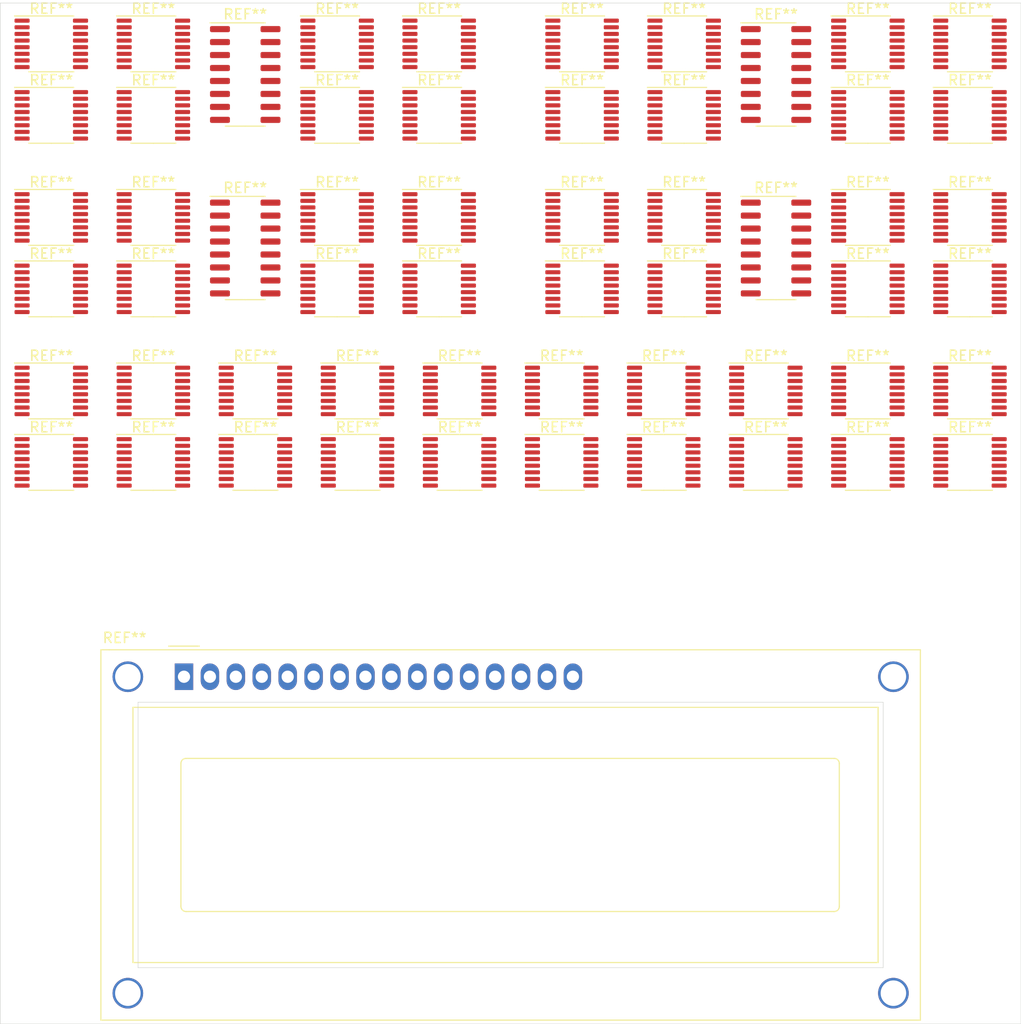
<source format=kicad_pcb>
(kicad_pcb (version 20171130) (host pcbnew "(5.1.10)-1")
  (layers (0 F.Cu signal) (31 B.Cu signal) (34 B.Paste user) (35 F.Paste user) (36 B.SilkS user) (37 F.SilkS user) (38 B.Mask user) (39 F.Mask user) (44 Edge.Cuts user))
  (net 0 "")
  (module Display:WC1602A (layer F.Cu) (at 68 116)
    (fp_text reference REF** (at -5.82 -3.81) (layer F.SilkS))
    (fp_text value WC1602A)
    (pad "" thru_hole circle (at 69.5 0) (size 3 3) (drill 2.5) (layers *.Cu *.Mask))
    (pad "" thru_hole circle (at 69.49948 31.0007) (size 3 3) (drill 2.5) (layers *.Cu *.Mask))
    (pad "" thru_hole circle (at -5.4991 31.0007) (size 3 3) (drill 2.5) (layers *.Cu *.Mask))
    (pad "" thru_hole circle (at -5.4991 0) (size 3 3) (drill 2.5) (layers *.Cu *.Mask))
    (pad 16 thru_hole oval (at 38.1 0) (size 1.8 2.6) (drill 1.2) (layers *.Cu *.Mask))
    (pad 15 thru_hole oval (at 35.56 0) (size 1.8 2.6) (drill 1.2) (layers *.Cu *.Mask))
    (pad 14 thru_hole oval (at 33.02 0) (size 1.8 2.6) (drill 1.2) (layers *.Cu *.Mask))
    (pad 13 thru_hole oval (at 30.48 0) (size 1.8 2.6) (drill 1.2) (layers *.Cu *.Mask))
    (pad 12 thru_hole oval (at 27.94 0) (size 1.8 2.6) (drill 1.2) (layers *.Cu *.Mask))
    (pad 11 thru_hole oval (at 25.4 0) (size 1.8 2.6) (drill 1.2) (layers *.Cu *.Mask))
    (pad 10 thru_hole oval (at 22.86 0) (size 1.8 2.6) (drill 1.2) (layers *.Cu *.Mask))
    (pad 9 thru_hole oval (at 20.32 0) (size 1.8 2.6) (drill 1.2) (layers *.Cu *.Mask))
    (pad 8 thru_hole oval (at 17.78 0) (size 1.8 2.6) (drill 1.2) (layers *.Cu *.Mask))
    (pad 7 thru_hole oval (at 15.24 0) (size 1.8 2.6) (drill 1.2) (layers *.Cu *.Mask))
    (pad 6 thru_hole oval (at 12.7 0) (size 1.8 2.6) (drill 1.2) (layers *.Cu *.Mask))
    (pad 5 thru_hole oval (at 10.16 0) (size 1.8 2.6) (drill 1.2) (layers *.Cu *.Mask))
    (pad 4 thru_hole oval (at 7.62 0) (size 1.8 2.6) (drill 1.2) (layers *.Cu *.Mask))
    (pad 3 thru_hole oval (at 5.08 0) (size 1.8 2.6) (drill 1.2) (layers *.Cu *.Mask))
    (pad 2 thru_hole oval (at 2.54 0) (size 1.8 2.6) (drill 1.2) (layers *.Cu *.Mask))
    (pad 1 thru_hole rect (at 0 0) (size 1.8 2.6) (drill 1.2) (layers *.Cu *.Mask))
  )
  (module Package_SO:TSSOP-16_4.4x5mm_P0.65mm (layer F.Cu) (at 85 95)
    (fp_text reference REF** (at 0 -3.45) (layer F.SilkS))
    (fp_text value TSSOP-16_4.4x5mm_P0.65mm)
    (pad 16 smd roundrect (at 2.8625 -2.275) (size 1.475 0.4) (layers F.Cu F.Paste F.Mask))
    (pad 15 smd roundrect (at 2.8625 -1.625) (size 1.475 0.4) (layers F.Cu F.Paste F.Mask))
    (pad 14 smd roundrect (at 2.8625 -0.975) (size 1.475 0.4) (layers F.Cu F.Paste F.Mask))
    (pad 13 smd roundrect (at 2.8625 -0.325) (size 1.475 0.4) (layers F.Cu F.Paste F.Mask))
    (pad 12 smd roundrect (at 2.8625 0.325) (size 1.475 0.4) (layers F.Cu F.Paste F.Mask))
    (pad 11 smd roundrect (at 2.8625 0.975) (size 1.475 0.4) (layers F.Cu F.Paste F.Mask))
    (pad 10 smd roundrect (at 2.8625 1.625) (size 1.475 0.4) (layers F.Cu F.Paste F.Mask))
    (pad 9 smd roundrect (at 2.8625 2.275) (size 1.475 0.4) (layers F.Cu F.Paste F.Mask))
    (pad 8 smd roundrect (at -2.8625 2.275) (size 1.475 0.4) (layers F.Cu F.Paste F.Mask))
    (pad 7 smd roundrect (at -2.8625 1.625) (size 1.475 0.4) (layers F.Cu F.Paste F.Mask))
    (pad 6 smd roundrect (at -2.8625 0.975) (size 1.475 0.4) (layers F.Cu F.Paste F.Mask))
    (pad 5 smd roundrect (at -2.8625 0.325) (size 1.475 0.4) (layers F.Cu F.Paste F.Mask))
    (pad 4 smd roundrect (at -2.8625 -0.325) (size 1.475 0.4) (layers F.Cu F.Paste F.Mask))
    (pad 3 smd roundrect (at -2.8625 -0.975) (size 1.475 0.4) (layers F.Cu F.Paste F.Mask))
    (pad 2 smd roundrect (at -2.8625 -1.625) (size 1.475 0.4) (layers F.Cu F.Paste F.Mask))
    (pad 1 smd roundrect (at -2.8625 -2.275) (size 1.475 0.4) (layers F.Cu F.Paste F.Mask))
  )
  (module Package_SO:TSSOP-16_4.4x5mm_P0.65mm (layer F.Cu) (at 95 95)
    (fp_text reference REF** (at 0 -3.45) (layer F.SilkS))
    (fp_text value TSSOP-16_4.4x5mm_P0.65mm)
    (pad 1 smd roundrect (at -2.8625 -2.275) (size 1.475 0.4) (layers F.Cu F.Paste F.Mask))
    (pad 2 smd roundrect (at -2.8625 -1.625) (size 1.475 0.4) (layers F.Cu F.Paste F.Mask))
    (pad 3 smd roundrect (at -2.8625 -0.975) (size 1.475 0.4) (layers F.Cu F.Paste F.Mask))
    (pad 4 smd roundrect (at -2.8625 -0.325) (size 1.475 0.4) (layers F.Cu F.Paste F.Mask))
    (pad 5 smd roundrect (at -2.8625 0.325) (size 1.475 0.4) (layers F.Cu F.Paste F.Mask))
    (pad 6 smd roundrect (at -2.8625 0.975) (size 1.475 0.4) (layers F.Cu F.Paste F.Mask))
    (pad 7 smd roundrect (at -2.8625 1.625) (size 1.475 0.4) (layers F.Cu F.Paste F.Mask))
    (pad 8 smd roundrect (at -2.8625 2.275) (size 1.475 0.4) (layers F.Cu F.Paste F.Mask))
    (pad 9 smd roundrect (at 2.8625 2.275) (size 1.475 0.4) (layers F.Cu F.Paste F.Mask))
    (pad 10 smd roundrect (at 2.8625 1.625) (size 1.475 0.4) (layers F.Cu F.Paste F.Mask))
    (pad 11 smd roundrect (at 2.8625 0.975) (size 1.475 0.4) (layers F.Cu F.Paste F.Mask))
    (pad 12 smd roundrect (at 2.8625 0.325) (size 1.475 0.4) (layers F.Cu F.Paste F.Mask))
    (pad 13 smd roundrect (at 2.8625 -0.325) (size 1.475 0.4) (layers F.Cu F.Paste F.Mask))
    (pad 14 smd roundrect (at 2.8625 -0.975) (size 1.475 0.4) (layers F.Cu F.Paste F.Mask))
    (pad 15 smd roundrect (at 2.8625 -1.625) (size 1.475 0.4) (layers F.Cu F.Paste F.Mask))
    (pad 16 smd roundrect (at 2.8625 -2.275) (size 1.475 0.4) (layers F.Cu F.Paste F.Mask))
  )
  (module Package_SO:TSSOP-16_4.4x5mm_P0.65mm (layer F.Cu) (at 105 95)
    (fp_text reference REF** (at 0 -3.45) (layer F.SilkS))
    (fp_text value TSSOP-16_4.4x5mm_P0.65mm)
    (pad 16 smd roundrect (at 2.8625 -2.275) (size 1.475 0.4) (layers F.Cu F.Paste F.Mask))
    (pad 15 smd roundrect (at 2.8625 -1.625) (size 1.475 0.4) (layers F.Cu F.Paste F.Mask))
    (pad 14 smd roundrect (at 2.8625 -0.975) (size 1.475 0.4) (layers F.Cu F.Paste F.Mask))
    (pad 13 smd roundrect (at 2.8625 -0.325) (size 1.475 0.4) (layers F.Cu F.Paste F.Mask))
    (pad 12 smd roundrect (at 2.8625 0.325) (size 1.475 0.4) (layers F.Cu F.Paste F.Mask))
    (pad 11 smd roundrect (at 2.8625 0.975) (size 1.475 0.4) (layers F.Cu F.Paste F.Mask))
    (pad 10 smd roundrect (at 2.8625 1.625) (size 1.475 0.4) (layers F.Cu F.Paste F.Mask))
    (pad 9 smd roundrect (at 2.8625 2.275) (size 1.475 0.4) (layers F.Cu F.Paste F.Mask))
    (pad 8 smd roundrect (at -2.8625 2.275) (size 1.475 0.4) (layers F.Cu F.Paste F.Mask))
    (pad 7 smd roundrect (at -2.8625 1.625) (size 1.475 0.4) (layers F.Cu F.Paste F.Mask))
    (pad 6 smd roundrect (at -2.8625 0.975) (size 1.475 0.4) (layers F.Cu F.Paste F.Mask))
    (pad 5 smd roundrect (at -2.8625 0.325) (size 1.475 0.4) (layers F.Cu F.Paste F.Mask))
    (pad 4 smd roundrect (at -2.8625 -0.325) (size 1.475 0.4) (layers F.Cu F.Paste F.Mask))
    (pad 3 smd roundrect (at -2.8625 -0.975) (size 1.475 0.4) (layers F.Cu F.Paste F.Mask))
    (pad 2 smd roundrect (at -2.8625 -1.625) (size 1.475 0.4) (layers F.Cu F.Paste F.Mask))
    (pad 1 smd roundrect (at -2.8625 -2.275) (size 1.475 0.4) (layers F.Cu F.Paste F.Mask))
  )
  (module Package_SO:TSSOP-16_4.4x5mm_P0.65mm (layer F.Cu) (at 115 95)
    (fp_text reference REF** (at 0 -3.45) (layer F.SilkS))
    (fp_text value TSSOP-16_4.4x5mm_P0.65mm)
    (pad 1 smd roundrect (at -2.8625 -2.275) (size 1.475 0.4) (layers F.Cu F.Paste F.Mask))
    (pad 2 smd roundrect (at -2.8625 -1.625) (size 1.475 0.4) (layers F.Cu F.Paste F.Mask))
    (pad 3 smd roundrect (at -2.8625 -0.975) (size 1.475 0.4) (layers F.Cu F.Paste F.Mask))
    (pad 4 smd roundrect (at -2.8625 -0.325) (size 1.475 0.4) (layers F.Cu F.Paste F.Mask))
    (pad 5 smd roundrect (at -2.8625 0.325) (size 1.475 0.4) (layers F.Cu F.Paste F.Mask))
    (pad 6 smd roundrect (at -2.8625 0.975) (size 1.475 0.4) (layers F.Cu F.Paste F.Mask))
    (pad 7 smd roundrect (at -2.8625 1.625) (size 1.475 0.4) (layers F.Cu F.Paste F.Mask))
    (pad 8 smd roundrect (at -2.8625 2.275) (size 1.475 0.4) (layers F.Cu F.Paste F.Mask))
    (pad 9 smd roundrect (at 2.8625 2.275) (size 1.475 0.4) (layers F.Cu F.Paste F.Mask))
    (pad 10 smd roundrect (at 2.8625 1.625) (size 1.475 0.4) (layers F.Cu F.Paste F.Mask))
    (pad 11 smd roundrect (at 2.8625 0.975) (size 1.475 0.4) (layers F.Cu F.Paste F.Mask))
    (pad 12 smd roundrect (at 2.8625 0.325) (size 1.475 0.4) (layers F.Cu F.Paste F.Mask))
    (pad 13 smd roundrect (at 2.8625 -0.325) (size 1.475 0.4) (layers F.Cu F.Paste F.Mask))
    (pad 14 smd roundrect (at 2.8625 -0.975) (size 1.475 0.4) (layers F.Cu F.Paste F.Mask))
    (pad 15 smd roundrect (at 2.8625 -1.625) (size 1.475 0.4) (layers F.Cu F.Paste F.Mask))
    (pad 16 smd roundrect (at 2.8625 -2.275) (size 1.475 0.4) (layers F.Cu F.Paste F.Mask))
  )
  (module Package_SO:TSSOP-16_4.4x5mm_P0.65mm (layer F.Cu) (at 135 88)
    (fp_text reference REF** (at 0 -3.45) (layer F.SilkS))
    (fp_text value TSSOP-16_4.4x5mm_P0.65mm)
    (pad 16 smd roundrect (at 2.8625 -2.275) (size 1.475 0.4) (layers F.Cu F.Paste F.Mask))
    (pad 15 smd roundrect (at 2.8625 -1.625) (size 1.475 0.4) (layers F.Cu F.Paste F.Mask))
    (pad 14 smd roundrect (at 2.8625 -0.975) (size 1.475 0.4) (layers F.Cu F.Paste F.Mask))
    (pad 13 smd roundrect (at 2.8625 -0.325) (size 1.475 0.4) (layers F.Cu F.Paste F.Mask))
    (pad 12 smd roundrect (at 2.8625 0.325) (size 1.475 0.4) (layers F.Cu F.Paste F.Mask))
    (pad 11 smd roundrect (at 2.8625 0.975) (size 1.475 0.4) (layers F.Cu F.Paste F.Mask))
    (pad 10 smd roundrect (at 2.8625 1.625) (size 1.475 0.4) (layers F.Cu F.Paste F.Mask))
    (pad 9 smd roundrect (at 2.8625 2.275) (size 1.475 0.4) (layers F.Cu F.Paste F.Mask))
    (pad 8 smd roundrect (at -2.8625 2.275) (size 1.475 0.4) (layers F.Cu F.Paste F.Mask))
    (pad 7 smd roundrect (at -2.8625 1.625) (size 1.475 0.4) (layers F.Cu F.Paste F.Mask))
    (pad 6 smd roundrect (at -2.8625 0.975) (size 1.475 0.4) (layers F.Cu F.Paste F.Mask))
    (pad 5 smd roundrect (at -2.8625 0.325) (size 1.475 0.4) (layers F.Cu F.Paste F.Mask))
    (pad 4 smd roundrect (at -2.8625 -0.325) (size 1.475 0.4) (layers F.Cu F.Paste F.Mask))
    (pad 3 smd roundrect (at -2.8625 -0.975) (size 1.475 0.4) (layers F.Cu F.Paste F.Mask))
    (pad 2 smd roundrect (at -2.8625 -1.625) (size 1.475 0.4) (layers F.Cu F.Paste F.Mask))
    (pad 1 smd roundrect (at -2.8625 -2.275) (size 1.475 0.4) (layers F.Cu F.Paste F.Mask))
  )
  (module Package_SO:TSSOP-16_4.4x5mm_P0.65mm (layer F.Cu) (at 135 95)
    (fp_text reference REF** (at 0 -3.45) (layer F.SilkS))
    (fp_text value TSSOP-16_4.4x5mm_P0.65mm)
    (pad 1 smd roundrect (at -2.8625 -2.275) (size 1.475 0.4) (layers F.Cu F.Paste F.Mask))
    (pad 2 smd roundrect (at -2.8625 -1.625) (size 1.475 0.4) (layers F.Cu F.Paste F.Mask))
    (pad 3 smd roundrect (at -2.8625 -0.975) (size 1.475 0.4) (layers F.Cu F.Paste F.Mask))
    (pad 4 smd roundrect (at -2.8625 -0.325) (size 1.475 0.4) (layers F.Cu F.Paste F.Mask))
    (pad 5 smd roundrect (at -2.8625 0.325) (size 1.475 0.4) (layers F.Cu F.Paste F.Mask))
    (pad 6 smd roundrect (at -2.8625 0.975) (size 1.475 0.4) (layers F.Cu F.Paste F.Mask))
    (pad 7 smd roundrect (at -2.8625 1.625) (size 1.475 0.4) (layers F.Cu F.Paste F.Mask))
    (pad 8 smd roundrect (at -2.8625 2.275) (size 1.475 0.4) (layers F.Cu F.Paste F.Mask))
    (pad 9 smd roundrect (at 2.8625 2.275) (size 1.475 0.4) (layers F.Cu F.Paste F.Mask))
    (pad 10 smd roundrect (at 2.8625 1.625) (size 1.475 0.4) (layers F.Cu F.Paste F.Mask))
    (pad 11 smd roundrect (at 2.8625 0.975) (size 1.475 0.4) (layers F.Cu F.Paste F.Mask))
    (pad 12 smd roundrect (at 2.8625 0.325) (size 1.475 0.4) (layers F.Cu F.Paste F.Mask))
    (pad 13 smd roundrect (at 2.8625 -0.325) (size 1.475 0.4) (layers F.Cu F.Paste F.Mask))
    (pad 14 smd roundrect (at 2.8625 -0.975) (size 1.475 0.4) (layers F.Cu F.Paste F.Mask))
    (pad 15 smd roundrect (at 2.8625 -1.625) (size 1.475 0.4) (layers F.Cu F.Paste F.Mask))
    (pad 16 smd roundrect (at 2.8625 -2.275) (size 1.475 0.4) (layers F.Cu F.Paste F.Mask))
  )
  (module Package_SO:TSSOP-16_4.4x5mm_P0.65mm (layer F.Cu) (at 145 88)
    (fp_text reference REF** (at 0 -3.45) (layer F.SilkS))
    (fp_text value TSSOP-16_4.4x5mm_P0.65mm)
    (pad 1 smd roundrect (at -2.8625 -2.275) (size 1.475 0.4) (layers F.Cu F.Paste F.Mask))
    (pad 2 smd roundrect (at -2.8625 -1.625) (size 1.475 0.4) (layers F.Cu F.Paste F.Mask))
    (pad 3 smd roundrect (at -2.8625 -0.975) (size 1.475 0.4) (layers F.Cu F.Paste F.Mask))
    (pad 4 smd roundrect (at -2.8625 -0.325) (size 1.475 0.4) (layers F.Cu F.Paste F.Mask))
    (pad 5 smd roundrect (at -2.8625 0.325) (size 1.475 0.4) (layers F.Cu F.Paste F.Mask))
    (pad 6 smd roundrect (at -2.8625 0.975) (size 1.475 0.4) (layers F.Cu F.Paste F.Mask))
    (pad 7 smd roundrect (at -2.8625 1.625) (size 1.475 0.4) (layers F.Cu F.Paste F.Mask))
    (pad 8 smd roundrect (at -2.8625 2.275) (size 1.475 0.4) (layers F.Cu F.Paste F.Mask))
    (pad 9 smd roundrect (at 2.8625 2.275) (size 1.475 0.4) (layers F.Cu F.Paste F.Mask))
    (pad 10 smd roundrect (at 2.8625 1.625) (size 1.475 0.4) (layers F.Cu F.Paste F.Mask))
    (pad 11 smd roundrect (at 2.8625 0.975) (size 1.475 0.4) (layers F.Cu F.Paste F.Mask))
    (pad 12 smd roundrect (at 2.8625 0.325) (size 1.475 0.4) (layers F.Cu F.Paste F.Mask))
    (pad 13 smd roundrect (at 2.8625 -0.325) (size 1.475 0.4) (layers F.Cu F.Paste F.Mask))
    (pad 14 smd roundrect (at 2.8625 -0.975) (size 1.475 0.4) (layers F.Cu F.Paste F.Mask))
    (pad 15 smd roundrect (at 2.8625 -1.625) (size 1.475 0.4) (layers F.Cu F.Paste F.Mask))
    (pad 16 smd roundrect (at 2.8625 -2.275) (size 1.475 0.4) (layers F.Cu F.Paste F.Mask))
  )
  (module Package_SO:TSSOP-16_4.4x5mm_P0.65mm (layer F.Cu) (at 145 95)
    (fp_text reference REF** (at 0 -3.45) (layer F.SilkS))
    (fp_text value TSSOP-16_4.4x5mm_P0.65mm)
    (pad 1 smd roundrect (at -2.8625 -2.275) (size 1.475 0.4) (layers F.Cu F.Paste F.Mask))
    (pad 2 smd roundrect (at -2.8625 -1.625) (size 1.475 0.4) (layers F.Cu F.Paste F.Mask))
    (pad 3 smd roundrect (at -2.8625 -0.975) (size 1.475 0.4) (layers F.Cu F.Paste F.Mask))
    (pad 4 smd roundrect (at -2.8625 -0.325) (size 1.475 0.4) (layers F.Cu F.Paste F.Mask))
    (pad 5 smd roundrect (at -2.8625 0.325) (size 1.475 0.4) (layers F.Cu F.Paste F.Mask))
    (pad 6 smd roundrect (at -2.8625 0.975) (size 1.475 0.4) (layers F.Cu F.Paste F.Mask))
    (pad 7 smd roundrect (at -2.8625 1.625) (size 1.475 0.4) (layers F.Cu F.Paste F.Mask))
    (pad 8 smd roundrect (at -2.8625 2.275) (size 1.475 0.4) (layers F.Cu F.Paste F.Mask))
    (pad 9 smd roundrect (at 2.8625 2.275) (size 1.475 0.4) (layers F.Cu F.Paste F.Mask))
    (pad 10 smd roundrect (at 2.8625 1.625) (size 1.475 0.4) (layers F.Cu F.Paste F.Mask))
    (pad 11 smd roundrect (at 2.8625 0.975) (size 1.475 0.4) (layers F.Cu F.Paste F.Mask))
    (pad 12 smd roundrect (at 2.8625 0.325) (size 1.475 0.4) (layers F.Cu F.Paste F.Mask))
    (pad 13 smd roundrect (at 2.8625 -0.325) (size 1.475 0.4) (layers F.Cu F.Paste F.Mask))
    (pad 14 smd roundrect (at 2.8625 -0.975) (size 1.475 0.4) (layers F.Cu F.Paste F.Mask))
    (pad 15 smd roundrect (at 2.8625 -1.625) (size 1.475 0.4) (layers F.Cu F.Paste F.Mask))
    (pad 16 smd roundrect (at 2.8625 -2.275) (size 1.475 0.4) (layers F.Cu F.Paste F.Mask))
  )
  (module Package_SO:TSSOP-16_4.4x5mm_P0.65mm (layer F.Cu) (at 115 88)
    (fp_text reference REF** (at 0 -3.45) (layer F.SilkS))
    (fp_text value TSSOP-16_4.4x5mm_P0.65mm)
    (pad 16 smd roundrect (at 2.8625 -2.275) (size 1.475 0.4) (layers F.Cu F.Paste F.Mask))
    (pad 15 smd roundrect (at 2.8625 -1.625) (size 1.475 0.4) (layers F.Cu F.Paste F.Mask))
    (pad 14 smd roundrect (at 2.8625 -0.975) (size 1.475 0.4) (layers F.Cu F.Paste F.Mask))
    (pad 13 smd roundrect (at 2.8625 -0.325) (size 1.475 0.4) (layers F.Cu F.Paste F.Mask))
    (pad 12 smd roundrect (at 2.8625 0.325) (size 1.475 0.4) (layers F.Cu F.Paste F.Mask))
    (pad 11 smd roundrect (at 2.8625 0.975) (size 1.475 0.4) (layers F.Cu F.Paste F.Mask))
    (pad 10 smd roundrect (at 2.8625 1.625) (size 1.475 0.4) (layers F.Cu F.Paste F.Mask))
    (pad 9 smd roundrect (at 2.8625 2.275) (size 1.475 0.4) (layers F.Cu F.Paste F.Mask))
    (pad 8 smd roundrect (at -2.8625 2.275) (size 1.475 0.4) (layers F.Cu F.Paste F.Mask))
    (pad 7 smd roundrect (at -2.8625 1.625) (size 1.475 0.4) (layers F.Cu F.Paste F.Mask))
    (pad 6 smd roundrect (at -2.8625 0.975) (size 1.475 0.4) (layers F.Cu F.Paste F.Mask))
    (pad 5 smd roundrect (at -2.8625 0.325) (size 1.475 0.4) (layers F.Cu F.Paste F.Mask))
    (pad 4 smd roundrect (at -2.8625 -0.325) (size 1.475 0.4) (layers F.Cu F.Paste F.Mask))
    (pad 3 smd roundrect (at -2.8625 -0.975) (size 1.475 0.4) (layers F.Cu F.Paste F.Mask))
    (pad 2 smd roundrect (at -2.8625 -1.625) (size 1.475 0.4) (layers F.Cu F.Paste F.Mask))
    (pad 1 smd roundrect (at -2.8625 -2.275) (size 1.475 0.4) (layers F.Cu F.Paste F.Mask))
  )
  (module Package_SO:TSSOP-16_4.4x5mm_P0.65mm (layer F.Cu) (at 125 88)
    (fp_text reference REF** (at 0 -3.45) (layer F.SilkS))
    (fp_text value TSSOP-16_4.4x5mm_P0.65mm)
    (pad 1 smd roundrect (at -2.8625 -2.275) (size 1.475 0.4) (layers F.Cu F.Paste F.Mask))
    (pad 2 smd roundrect (at -2.8625 -1.625) (size 1.475 0.4) (layers F.Cu F.Paste F.Mask))
    (pad 3 smd roundrect (at -2.8625 -0.975) (size 1.475 0.4) (layers F.Cu F.Paste F.Mask))
    (pad 4 smd roundrect (at -2.8625 -0.325) (size 1.475 0.4) (layers F.Cu F.Paste F.Mask))
    (pad 5 smd roundrect (at -2.8625 0.325) (size 1.475 0.4) (layers F.Cu F.Paste F.Mask))
    (pad 6 smd roundrect (at -2.8625 0.975) (size 1.475 0.4) (layers F.Cu F.Paste F.Mask))
    (pad 7 smd roundrect (at -2.8625 1.625) (size 1.475 0.4) (layers F.Cu F.Paste F.Mask))
    (pad 8 smd roundrect (at -2.8625 2.275) (size 1.475 0.4) (layers F.Cu F.Paste F.Mask))
    (pad 9 smd roundrect (at 2.8625 2.275) (size 1.475 0.4) (layers F.Cu F.Paste F.Mask))
    (pad 10 smd roundrect (at 2.8625 1.625) (size 1.475 0.4) (layers F.Cu F.Paste F.Mask))
    (pad 11 smd roundrect (at 2.8625 0.975) (size 1.475 0.4) (layers F.Cu F.Paste F.Mask))
    (pad 12 smd roundrect (at 2.8625 0.325) (size 1.475 0.4) (layers F.Cu F.Paste F.Mask))
    (pad 13 smd roundrect (at 2.8625 -0.325) (size 1.475 0.4) (layers F.Cu F.Paste F.Mask))
    (pad 14 smd roundrect (at 2.8625 -0.975) (size 1.475 0.4) (layers F.Cu F.Paste F.Mask))
    (pad 15 smd roundrect (at 2.8625 -1.625) (size 1.475 0.4) (layers F.Cu F.Paste F.Mask))
    (pad 16 smd roundrect (at 2.8625 -2.275) (size 1.475 0.4) (layers F.Cu F.Paste F.Mask))
  )
  (module Package_SO:TSSOP-16_4.4x5mm_P0.65mm (layer F.Cu) (at 125 95)
    (fp_text reference REF** (at 0 -3.45) (layer F.SilkS))
    (fp_text value TSSOP-16_4.4x5mm_P0.65mm)
    (pad 1 smd roundrect (at -2.8625 -2.275) (size 1.475 0.4) (layers F.Cu F.Paste F.Mask))
    (pad 2 smd roundrect (at -2.8625 -1.625) (size 1.475 0.4) (layers F.Cu F.Paste F.Mask))
    (pad 3 smd roundrect (at -2.8625 -0.975) (size 1.475 0.4) (layers F.Cu F.Paste F.Mask))
    (pad 4 smd roundrect (at -2.8625 -0.325) (size 1.475 0.4) (layers F.Cu F.Paste F.Mask))
    (pad 5 smd roundrect (at -2.8625 0.325) (size 1.475 0.4) (layers F.Cu F.Paste F.Mask))
    (pad 6 smd roundrect (at -2.8625 0.975) (size 1.475 0.4) (layers F.Cu F.Paste F.Mask))
    (pad 7 smd roundrect (at -2.8625 1.625) (size 1.475 0.4) (layers F.Cu F.Paste F.Mask))
    (pad 8 smd roundrect (at -2.8625 2.275) (size 1.475 0.4) (layers F.Cu F.Paste F.Mask))
    (pad 9 smd roundrect (at 2.8625 2.275) (size 1.475 0.4) (layers F.Cu F.Paste F.Mask))
    (pad 10 smd roundrect (at 2.8625 1.625) (size 1.475 0.4) (layers F.Cu F.Paste F.Mask))
    (pad 11 smd roundrect (at 2.8625 0.975) (size 1.475 0.4) (layers F.Cu F.Paste F.Mask))
    (pad 12 smd roundrect (at 2.8625 0.325) (size 1.475 0.4) (layers F.Cu F.Paste F.Mask))
    (pad 13 smd roundrect (at 2.8625 -0.325) (size 1.475 0.4) (layers F.Cu F.Paste F.Mask))
    (pad 14 smd roundrect (at 2.8625 -0.975) (size 1.475 0.4) (layers F.Cu F.Paste F.Mask))
    (pad 15 smd roundrect (at 2.8625 -1.625) (size 1.475 0.4) (layers F.Cu F.Paste F.Mask))
    (pad 16 smd roundrect (at 2.8625 -2.275) (size 1.475 0.4) (layers F.Cu F.Paste F.Mask))
  )
  (module Package_SO:TSSOP-16_4.4x5mm_P0.65mm (layer F.Cu) (at 95 88)
    (fp_text reference REF** (at 0 -3.45) (layer F.SilkS))
    (fp_text value TSSOP-16_4.4x5mm_P0.65mm)
    (pad 16 smd roundrect (at 2.8625 -2.275) (size 1.475 0.4) (layers F.Cu F.Paste F.Mask))
    (pad 15 smd roundrect (at 2.8625 -1.625) (size 1.475 0.4) (layers F.Cu F.Paste F.Mask))
    (pad 14 smd roundrect (at 2.8625 -0.975) (size 1.475 0.4) (layers F.Cu F.Paste F.Mask))
    (pad 13 smd roundrect (at 2.8625 -0.325) (size 1.475 0.4) (layers F.Cu F.Paste F.Mask))
    (pad 12 smd roundrect (at 2.8625 0.325) (size 1.475 0.4) (layers F.Cu F.Paste F.Mask))
    (pad 11 smd roundrect (at 2.8625 0.975) (size 1.475 0.4) (layers F.Cu F.Paste F.Mask))
    (pad 10 smd roundrect (at 2.8625 1.625) (size 1.475 0.4) (layers F.Cu F.Paste F.Mask))
    (pad 9 smd roundrect (at 2.8625 2.275) (size 1.475 0.4) (layers F.Cu F.Paste F.Mask))
    (pad 8 smd roundrect (at -2.8625 2.275) (size 1.475 0.4) (layers F.Cu F.Paste F.Mask))
    (pad 7 smd roundrect (at -2.8625 1.625) (size 1.475 0.4) (layers F.Cu F.Paste F.Mask))
    (pad 6 smd roundrect (at -2.8625 0.975) (size 1.475 0.4) (layers F.Cu F.Paste F.Mask))
    (pad 5 smd roundrect (at -2.8625 0.325) (size 1.475 0.4) (layers F.Cu F.Paste F.Mask))
    (pad 4 smd roundrect (at -2.8625 -0.325) (size 1.475 0.4) (layers F.Cu F.Paste F.Mask))
    (pad 3 smd roundrect (at -2.8625 -0.975) (size 1.475 0.4) (layers F.Cu F.Paste F.Mask))
    (pad 2 smd roundrect (at -2.8625 -1.625) (size 1.475 0.4) (layers F.Cu F.Paste F.Mask))
    (pad 1 smd roundrect (at -2.8625 -2.275) (size 1.475 0.4) (layers F.Cu F.Paste F.Mask))
  )
  (module Package_SO:TSSOP-16_4.4x5mm_P0.65mm (layer F.Cu) (at 105 88)
    (fp_text reference REF** (at 0 -3.45) (layer F.SilkS))
    (fp_text value TSSOP-16_4.4x5mm_P0.65mm)
    (pad 1 smd roundrect (at -2.8625 -2.275) (size 1.475 0.4) (layers F.Cu F.Paste F.Mask))
    (pad 2 smd roundrect (at -2.8625 -1.625) (size 1.475 0.4) (layers F.Cu F.Paste F.Mask))
    (pad 3 smd roundrect (at -2.8625 -0.975) (size 1.475 0.4) (layers F.Cu F.Paste F.Mask))
    (pad 4 smd roundrect (at -2.8625 -0.325) (size 1.475 0.4) (layers F.Cu F.Paste F.Mask))
    (pad 5 smd roundrect (at -2.8625 0.325) (size 1.475 0.4) (layers F.Cu F.Paste F.Mask))
    (pad 6 smd roundrect (at -2.8625 0.975) (size 1.475 0.4) (layers F.Cu F.Paste F.Mask))
    (pad 7 smd roundrect (at -2.8625 1.625) (size 1.475 0.4) (layers F.Cu F.Paste F.Mask))
    (pad 8 smd roundrect (at -2.8625 2.275) (size 1.475 0.4) (layers F.Cu F.Paste F.Mask))
    (pad 9 smd roundrect (at 2.8625 2.275) (size 1.475 0.4) (layers F.Cu F.Paste F.Mask))
    (pad 10 smd roundrect (at 2.8625 1.625) (size 1.475 0.4) (layers F.Cu F.Paste F.Mask))
    (pad 11 smd roundrect (at 2.8625 0.975) (size 1.475 0.4) (layers F.Cu F.Paste F.Mask))
    (pad 12 smd roundrect (at 2.8625 0.325) (size 1.475 0.4) (layers F.Cu F.Paste F.Mask))
    (pad 13 smd roundrect (at 2.8625 -0.325) (size 1.475 0.4) (layers F.Cu F.Paste F.Mask))
    (pad 14 smd roundrect (at 2.8625 -0.975) (size 1.475 0.4) (layers F.Cu F.Paste F.Mask))
    (pad 15 smd roundrect (at 2.8625 -1.625) (size 1.475 0.4) (layers F.Cu F.Paste F.Mask))
    (pad 16 smd roundrect (at 2.8625 -2.275) (size 1.475 0.4) (layers F.Cu F.Paste F.Mask))
  )
  (module Package_SO:TSSOP-16_4.4x5mm_P0.65mm (layer F.Cu) (at 75 88)
    (fp_text reference REF** (at 0 -3.45) (layer F.SilkS))
    (fp_text value TSSOP-16_4.4x5mm_P0.65mm)
    (pad 16 smd roundrect (at 2.8625 -2.275) (size 1.475 0.4) (layers F.Cu F.Paste F.Mask))
    (pad 15 smd roundrect (at 2.8625 -1.625) (size 1.475 0.4) (layers F.Cu F.Paste F.Mask))
    (pad 14 smd roundrect (at 2.8625 -0.975) (size 1.475 0.4) (layers F.Cu F.Paste F.Mask))
    (pad 13 smd roundrect (at 2.8625 -0.325) (size 1.475 0.4) (layers F.Cu F.Paste F.Mask))
    (pad 12 smd roundrect (at 2.8625 0.325) (size 1.475 0.4) (layers F.Cu F.Paste F.Mask))
    (pad 11 smd roundrect (at 2.8625 0.975) (size 1.475 0.4) (layers F.Cu F.Paste F.Mask))
    (pad 10 smd roundrect (at 2.8625 1.625) (size 1.475 0.4) (layers F.Cu F.Paste F.Mask))
    (pad 9 smd roundrect (at 2.8625 2.275) (size 1.475 0.4) (layers F.Cu F.Paste F.Mask))
    (pad 8 smd roundrect (at -2.8625 2.275) (size 1.475 0.4) (layers F.Cu F.Paste F.Mask))
    (pad 7 smd roundrect (at -2.8625 1.625) (size 1.475 0.4) (layers F.Cu F.Paste F.Mask))
    (pad 6 smd roundrect (at -2.8625 0.975) (size 1.475 0.4) (layers F.Cu F.Paste F.Mask))
    (pad 5 smd roundrect (at -2.8625 0.325) (size 1.475 0.4) (layers F.Cu F.Paste F.Mask))
    (pad 4 smd roundrect (at -2.8625 -0.325) (size 1.475 0.4) (layers F.Cu F.Paste F.Mask))
    (pad 3 smd roundrect (at -2.8625 -0.975) (size 1.475 0.4) (layers F.Cu F.Paste F.Mask))
    (pad 2 smd roundrect (at -2.8625 -1.625) (size 1.475 0.4) (layers F.Cu F.Paste F.Mask))
    (pad 1 smd roundrect (at -2.8625 -2.275) (size 1.475 0.4) (layers F.Cu F.Paste F.Mask))
  )
  (module Package_SO:TSSOP-16_4.4x5mm_P0.65mm (layer F.Cu) (at 75 95)
    (fp_text reference REF** (at 0 -3.45) (layer F.SilkS))
    (fp_text value TSSOP-16_4.4x5mm_P0.65mm)
    (pad 1 smd roundrect (at -2.8625 -2.275) (size 1.475 0.4) (layers F.Cu F.Paste F.Mask))
    (pad 2 smd roundrect (at -2.8625 -1.625) (size 1.475 0.4) (layers F.Cu F.Paste F.Mask))
    (pad 3 smd roundrect (at -2.8625 -0.975) (size 1.475 0.4) (layers F.Cu F.Paste F.Mask))
    (pad 4 smd roundrect (at -2.8625 -0.325) (size 1.475 0.4) (layers F.Cu F.Paste F.Mask))
    (pad 5 smd roundrect (at -2.8625 0.325) (size 1.475 0.4) (layers F.Cu F.Paste F.Mask))
    (pad 6 smd roundrect (at -2.8625 0.975) (size 1.475 0.4) (layers F.Cu F.Paste F.Mask))
    (pad 7 smd roundrect (at -2.8625 1.625) (size 1.475 0.4) (layers F.Cu F.Paste F.Mask))
    (pad 8 smd roundrect (at -2.8625 2.275) (size 1.475 0.4) (layers F.Cu F.Paste F.Mask))
    (pad 9 smd roundrect (at 2.8625 2.275) (size 1.475 0.4) (layers F.Cu F.Paste F.Mask))
    (pad 10 smd roundrect (at 2.8625 1.625) (size 1.475 0.4) (layers F.Cu F.Paste F.Mask))
    (pad 11 smd roundrect (at 2.8625 0.975) (size 1.475 0.4) (layers F.Cu F.Paste F.Mask))
    (pad 12 smd roundrect (at 2.8625 0.325) (size 1.475 0.4) (layers F.Cu F.Paste F.Mask))
    (pad 13 smd roundrect (at 2.8625 -0.325) (size 1.475 0.4) (layers F.Cu F.Paste F.Mask))
    (pad 14 smd roundrect (at 2.8625 -0.975) (size 1.475 0.4) (layers F.Cu F.Paste F.Mask))
    (pad 15 smd roundrect (at 2.8625 -1.625) (size 1.475 0.4) (layers F.Cu F.Paste F.Mask))
    (pad 16 smd roundrect (at 2.8625 -2.275) (size 1.475 0.4) (layers F.Cu F.Paste F.Mask))
  )
  (module Package_SO:TSSOP-16_4.4x5mm_P0.65mm (layer F.Cu) (at 85 88)
    (fp_text reference REF** (at 0 -3.45) (layer F.SilkS))
    (fp_text value TSSOP-16_4.4x5mm_P0.65mm)
    (pad 1 smd roundrect (at -2.8625 -2.275) (size 1.475 0.4) (layers F.Cu F.Paste F.Mask))
    (pad 2 smd roundrect (at -2.8625 -1.625) (size 1.475 0.4) (layers F.Cu F.Paste F.Mask))
    (pad 3 smd roundrect (at -2.8625 -0.975) (size 1.475 0.4) (layers F.Cu F.Paste F.Mask))
    (pad 4 smd roundrect (at -2.8625 -0.325) (size 1.475 0.4) (layers F.Cu F.Paste F.Mask))
    (pad 5 smd roundrect (at -2.8625 0.325) (size 1.475 0.4) (layers F.Cu F.Paste F.Mask))
    (pad 6 smd roundrect (at -2.8625 0.975) (size 1.475 0.4) (layers F.Cu F.Paste F.Mask))
    (pad 7 smd roundrect (at -2.8625 1.625) (size 1.475 0.4) (layers F.Cu F.Paste F.Mask))
    (pad 8 smd roundrect (at -2.8625 2.275) (size 1.475 0.4) (layers F.Cu F.Paste F.Mask))
    (pad 9 smd roundrect (at 2.8625 2.275) (size 1.475 0.4) (layers F.Cu F.Paste F.Mask))
    (pad 10 smd roundrect (at 2.8625 1.625) (size 1.475 0.4) (layers F.Cu F.Paste F.Mask))
    (pad 11 smd roundrect (at 2.8625 0.975) (size 1.475 0.4) (layers F.Cu F.Paste F.Mask))
    (pad 12 smd roundrect (at 2.8625 0.325) (size 1.475 0.4) (layers F.Cu F.Paste F.Mask))
    (pad 13 smd roundrect (at 2.8625 -0.325) (size 1.475 0.4) (layers F.Cu F.Paste F.Mask))
    (pad 14 smd roundrect (at 2.8625 -0.975) (size 1.475 0.4) (layers F.Cu F.Paste F.Mask))
    (pad 15 smd roundrect (at 2.8625 -1.625) (size 1.475 0.4) (layers F.Cu F.Paste F.Mask))
    (pad 16 smd roundrect (at 2.8625 -2.275) (size 1.475 0.4) (layers F.Cu F.Paste F.Mask))
  )
  (module Package_SO:TSSOP-16_4.4x5mm_P0.65mm (layer F.Cu) (at 55 88)
    (fp_text reference REF** (at 0 -3.45) (layer F.SilkS))
    (fp_text value TSSOP-16_4.4x5mm_P0.65mm)
    (pad 16 smd roundrect (at 2.8625 -2.275) (size 1.475 0.4) (layers F.Cu F.Paste F.Mask))
    (pad 15 smd roundrect (at 2.8625 -1.625) (size 1.475 0.4) (layers F.Cu F.Paste F.Mask))
    (pad 14 smd roundrect (at 2.8625 -0.975) (size 1.475 0.4) (layers F.Cu F.Paste F.Mask))
    (pad 13 smd roundrect (at 2.8625 -0.325) (size 1.475 0.4) (layers F.Cu F.Paste F.Mask))
    (pad 12 smd roundrect (at 2.8625 0.325) (size 1.475 0.4) (layers F.Cu F.Paste F.Mask))
    (pad 11 smd roundrect (at 2.8625 0.975) (size 1.475 0.4) (layers F.Cu F.Paste F.Mask))
    (pad 10 smd roundrect (at 2.8625 1.625) (size 1.475 0.4) (layers F.Cu F.Paste F.Mask))
    (pad 9 smd roundrect (at 2.8625 2.275) (size 1.475 0.4) (layers F.Cu F.Paste F.Mask))
    (pad 8 smd roundrect (at -2.8625 2.275) (size 1.475 0.4) (layers F.Cu F.Paste F.Mask))
    (pad 7 smd roundrect (at -2.8625 1.625) (size 1.475 0.4) (layers F.Cu F.Paste F.Mask))
    (pad 6 smd roundrect (at -2.8625 0.975) (size 1.475 0.4) (layers F.Cu F.Paste F.Mask))
    (pad 5 smd roundrect (at -2.8625 0.325) (size 1.475 0.4) (layers F.Cu F.Paste F.Mask))
    (pad 4 smd roundrect (at -2.8625 -0.325) (size 1.475 0.4) (layers F.Cu F.Paste F.Mask))
    (pad 3 smd roundrect (at -2.8625 -0.975) (size 1.475 0.4) (layers F.Cu F.Paste F.Mask))
    (pad 2 smd roundrect (at -2.8625 -1.625) (size 1.475 0.4) (layers F.Cu F.Paste F.Mask))
    (pad 1 smd roundrect (at -2.8625 -2.275) (size 1.475 0.4) (layers F.Cu F.Paste F.Mask))
  )
  (module Package_SO:TSSOP-16_4.4x5mm_P0.65mm (layer F.Cu) (at 55 95)
    (fp_text reference REF** (at 0 -3.45) (layer F.SilkS))
    (fp_text value TSSOP-16_4.4x5mm_P0.65mm)
    (pad 1 smd roundrect (at -2.8625 -2.275) (size 1.475 0.4) (layers F.Cu F.Paste F.Mask))
    (pad 2 smd roundrect (at -2.8625 -1.625) (size 1.475 0.4) (layers F.Cu F.Paste F.Mask))
    (pad 3 smd roundrect (at -2.8625 -0.975) (size 1.475 0.4) (layers F.Cu F.Paste F.Mask))
    (pad 4 smd roundrect (at -2.8625 -0.325) (size 1.475 0.4) (layers F.Cu F.Paste F.Mask))
    (pad 5 smd roundrect (at -2.8625 0.325) (size 1.475 0.4) (layers F.Cu F.Paste F.Mask))
    (pad 6 smd roundrect (at -2.8625 0.975) (size 1.475 0.4) (layers F.Cu F.Paste F.Mask))
    (pad 7 smd roundrect (at -2.8625 1.625) (size 1.475 0.4) (layers F.Cu F.Paste F.Mask))
    (pad 8 smd roundrect (at -2.8625 2.275) (size 1.475 0.4) (layers F.Cu F.Paste F.Mask))
    (pad 9 smd roundrect (at 2.8625 2.275) (size 1.475 0.4) (layers F.Cu F.Paste F.Mask))
    (pad 10 smd roundrect (at 2.8625 1.625) (size 1.475 0.4) (layers F.Cu F.Paste F.Mask))
    (pad 11 smd roundrect (at 2.8625 0.975) (size 1.475 0.4) (layers F.Cu F.Paste F.Mask))
    (pad 12 smd roundrect (at 2.8625 0.325) (size 1.475 0.4) (layers F.Cu F.Paste F.Mask))
    (pad 13 smd roundrect (at 2.8625 -0.325) (size 1.475 0.4) (layers F.Cu F.Paste F.Mask))
    (pad 14 smd roundrect (at 2.8625 -0.975) (size 1.475 0.4) (layers F.Cu F.Paste F.Mask))
    (pad 15 smd roundrect (at 2.8625 -1.625) (size 1.475 0.4) (layers F.Cu F.Paste F.Mask))
    (pad 16 smd roundrect (at 2.8625 -2.275) (size 1.475 0.4) (layers F.Cu F.Paste F.Mask))
  )
  (module Package_SO:TSSOP-16_4.4x5mm_P0.65mm (layer F.Cu) (at 65 88)
    (fp_text reference REF** (at 0 -3.45) (layer F.SilkS))
    (fp_text value TSSOP-16_4.4x5mm_P0.65mm)
    (pad 1 smd roundrect (at -2.8625 -2.275) (size 1.475 0.4) (layers F.Cu F.Paste F.Mask))
    (pad 2 smd roundrect (at -2.8625 -1.625) (size 1.475 0.4) (layers F.Cu F.Paste F.Mask))
    (pad 3 smd roundrect (at -2.8625 -0.975) (size 1.475 0.4) (layers F.Cu F.Paste F.Mask))
    (pad 4 smd roundrect (at -2.8625 -0.325) (size 1.475 0.4) (layers F.Cu F.Paste F.Mask))
    (pad 5 smd roundrect (at -2.8625 0.325) (size 1.475 0.4) (layers F.Cu F.Paste F.Mask))
    (pad 6 smd roundrect (at -2.8625 0.975) (size 1.475 0.4) (layers F.Cu F.Paste F.Mask))
    (pad 7 smd roundrect (at -2.8625 1.625) (size 1.475 0.4) (layers F.Cu F.Paste F.Mask))
    (pad 8 smd roundrect (at -2.8625 2.275) (size 1.475 0.4) (layers F.Cu F.Paste F.Mask))
    (pad 9 smd roundrect (at 2.8625 2.275) (size 1.475 0.4) (layers F.Cu F.Paste F.Mask))
    (pad 10 smd roundrect (at 2.8625 1.625) (size 1.475 0.4) (layers F.Cu F.Paste F.Mask))
    (pad 11 smd roundrect (at 2.8625 0.975) (size 1.475 0.4) (layers F.Cu F.Paste F.Mask))
    (pad 12 smd roundrect (at 2.8625 0.325) (size 1.475 0.4) (layers F.Cu F.Paste F.Mask))
    (pad 13 smd roundrect (at 2.8625 -0.325) (size 1.475 0.4) (layers F.Cu F.Paste F.Mask))
    (pad 14 smd roundrect (at 2.8625 -0.975) (size 1.475 0.4) (layers F.Cu F.Paste F.Mask))
    (pad 15 smd roundrect (at 2.8625 -1.625) (size 1.475 0.4) (layers F.Cu F.Paste F.Mask))
    (pad 16 smd roundrect (at 2.8625 -2.275) (size 1.475 0.4) (layers F.Cu F.Paste F.Mask))
  )
  (module Package_SO:TSSOP-16_4.4x5mm_P0.65mm (layer F.Cu) (at 65 95)
    (fp_text reference REF** (at 0 -3.45) (layer F.SilkS))
    (fp_text value TSSOP-16_4.4x5mm_P0.65mm)
    (pad 1 smd roundrect (at -2.8625 -2.275) (size 1.475 0.4) (layers F.Cu F.Paste F.Mask))
    (pad 2 smd roundrect (at -2.8625 -1.625) (size 1.475 0.4) (layers F.Cu F.Paste F.Mask))
    (pad 3 smd roundrect (at -2.8625 -0.975) (size 1.475 0.4) (layers F.Cu F.Paste F.Mask))
    (pad 4 smd roundrect (at -2.8625 -0.325) (size 1.475 0.4) (layers F.Cu F.Paste F.Mask))
    (pad 5 smd roundrect (at -2.8625 0.325) (size 1.475 0.4) (layers F.Cu F.Paste F.Mask))
    (pad 6 smd roundrect (at -2.8625 0.975) (size 1.475 0.4) (layers F.Cu F.Paste F.Mask))
    (pad 7 smd roundrect (at -2.8625 1.625) (size 1.475 0.4) (layers F.Cu F.Paste F.Mask))
    (pad 8 smd roundrect (at -2.8625 2.275) (size 1.475 0.4) (layers F.Cu F.Paste F.Mask))
    (pad 9 smd roundrect (at 2.8625 2.275) (size 1.475 0.4) (layers F.Cu F.Paste F.Mask))
    (pad 10 smd roundrect (at 2.8625 1.625) (size 1.475 0.4) (layers F.Cu F.Paste F.Mask))
    (pad 11 smd roundrect (at 2.8625 0.975) (size 1.475 0.4) (layers F.Cu F.Paste F.Mask))
    (pad 12 smd roundrect (at 2.8625 0.325) (size 1.475 0.4) (layers F.Cu F.Paste F.Mask))
    (pad 13 smd roundrect (at 2.8625 -0.325) (size 1.475 0.4) (layers F.Cu F.Paste F.Mask))
    (pad 14 smd roundrect (at 2.8625 -0.975) (size 1.475 0.4) (layers F.Cu F.Paste F.Mask))
    (pad 15 smd roundrect (at 2.8625 -1.625) (size 1.475 0.4) (layers F.Cu F.Paste F.Mask))
    (pad 16 smd roundrect (at 2.8625 -2.275) (size 1.475 0.4) (layers F.Cu F.Paste F.Mask))
  )
  (module Package_SO:TSSOP-16_4.4x5mm_P0.65mm (layer F.Cu) (at 55 71)
    (fp_text reference REF** (at 0 -3.45) (layer F.SilkS))
    (fp_text value TSSOP-16_4.4x5mm_P0.65mm)
    (pad 1 smd roundrect (at -2.8625 -2.275) (size 1.475 0.4) (layers F.Cu F.Paste F.Mask))
    (pad 2 smd roundrect (at -2.8625 -1.625) (size 1.475 0.4) (layers F.Cu F.Paste F.Mask))
    (pad 3 smd roundrect (at -2.8625 -0.975) (size 1.475 0.4) (layers F.Cu F.Paste F.Mask))
    (pad 4 smd roundrect (at -2.8625 -0.325) (size 1.475 0.4) (layers F.Cu F.Paste F.Mask))
    (pad 5 smd roundrect (at -2.8625 0.325) (size 1.475 0.4) (layers F.Cu F.Paste F.Mask))
    (pad 6 smd roundrect (at -2.8625 0.975) (size 1.475 0.4) (layers F.Cu F.Paste F.Mask))
    (pad 7 smd roundrect (at -2.8625 1.625) (size 1.475 0.4) (layers F.Cu F.Paste F.Mask))
    (pad 8 smd roundrect (at -2.8625 2.275) (size 1.475 0.4) (layers F.Cu F.Paste F.Mask))
    (pad 9 smd roundrect (at 2.8625 2.275) (size 1.475 0.4) (layers F.Cu F.Paste F.Mask))
    (pad 10 smd roundrect (at 2.8625 1.625) (size 1.475 0.4) (layers F.Cu F.Paste F.Mask))
    (pad 11 smd roundrect (at 2.8625 0.975) (size 1.475 0.4) (layers F.Cu F.Paste F.Mask))
    (pad 12 smd roundrect (at 2.8625 0.325) (size 1.475 0.4) (layers F.Cu F.Paste F.Mask))
    (pad 13 smd roundrect (at 2.8625 -0.325) (size 1.475 0.4) (layers F.Cu F.Paste F.Mask))
    (pad 14 smd roundrect (at 2.8625 -0.975) (size 1.475 0.4) (layers F.Cu F.Paste F.Mask))
    (pad 15 smd roundrect (at 2.8625 -1.625) (size 1.475 0.4) (layers F.Cu F.Paste F.Mask))
    (pad 16 smd roundrect (at 2.8625 -2.275) (size 1.475 0.4) (layers F.Cu F.Paste F.Mask))
  )
  (module Package_SO:TSSOP-16_4.4x5mm_P0.65mm (layer F.Cu) (at 55 78)
    (fp_text reference REF** (at 0 -3.45) (layer F.SilkS))
    (fp_text value TSSOP-16_4.4x5mm_P0.65mm)
    (pad 16 smd roundrect (at 2.8625 -2.275) (size 1.475 0.4) (layers F.Cu F.Paste F.Mask))
    (pad 15 smd roundrect (at 2.8625 -1.625) (size 1.475 0.4) (layers F.Cu F.Paste F.Mask))
    (pad 14 smd roundrect (at 2.8625 -0.975) (size 1.475 0.4) (layers F.Cu F.Paste F.Mask))
    (pad 13 smd roundrect (at 2.8625 -0.325) (size 1.475 0.4) (layers F.Cu F.Paste F.Mask))
    (pad 12 smd roundrect (at 2.8625 0.325) (size 1.475 0.4) (layers F.Cu F.Paste F.Mask))
    (pad 11 smd roundrect (at 2.8625 0.975) (size 1.475 0.4) (layers F.Cu F.Paste F.Mask))
    (pad 10 smd roundrect (at 2.8625 1.625) (size 1.475 0.4) (layers F.Cu F.Paste F.Mask))
    (pad 9 smd roundrect (at 2.8625 2.275) (size 1.475 0.4) (layers F.Cu F.Paste F.Mask))
    (pad 8 smd roundrect (at -2.8625 2.275) (size 1.475 0.4) (layers F.Cu F.Paste F.Mask))
    (pad 7 smd roundrect (at -2.8625 1.625) (size 1.475 0.4) (layers F.Cu F.Paste F.Mask))
    (pad 6 smd roundrect (at -2.8625 0.975) (size 1.475 0.4) (layers F.Cu F.Paste F.Mask))
    (pad 5 smd roundrect (at -2.8625 0.325) (size 1.475 0.4) (layers F.Cu F.Paste F.Mask))
    (pad 4 smd roundrect (at -2.8625 -0.325) (size 1.475 0.4) (layers F.Cu F.Paste F.Mask))
    (pad 3 smd roundrect (at -2.8625 -0.975) (size 1.475 0.4) (layers F.Cu F.Paste F.Mask))
    (pad 2 smd roundrect (at -2.8625 -1.625) (size 1.475 0.4) (layers F.Cu F.Paste F.Mask))
    (pad 1 smd roundrect (at -2.8625 -2.275) (size 1.475 0.4) (layers F.Cu F.Paste F.Mask))
  )
  (module Package_SO:SOIC-16_3.9x9.9mm_P1.27mm (layer F.Cu) (at 74 74)
    (fp_text reference REF** (at 0 -5.9) (layer F.SilkS))
    (fp_text value SOIC-16_3.9x9.9mm_P1.27mm)
    (pad 1 smd roundrect (at -2.475 -4.445) (size 1.95 0.6) (layers F.Cu F.Paste F.Mask))
    (pad 2 smd roundrect (at -2.475 -3.175) (size 1.95 0.6) (layers F.Cu F.Paste F.Mask))
    (pad 3 smd roundrect (at -2.475 -1.905) (size 1.95 0.6) (layers F.Cu F.Paste F.Mask))
    (pad 4 smd roundrect (at -2.475 -0.635) (size 1.95 0.6) (layers F.Cu F.Paste F.Mask))
    (pad 5 smd roundrect (at -2.475 0.635) (size 1.95 0.6) (layers F.Cu F.Paste F.Mask))
    (pad 6 smd roundrect (at -2.475 1.905) (size 1.95 0.6) (layers F.Cu F.Paste F.Mask))
    (pad 7 smd roundrect (at -2.475 3.175) (size 1.95 0.6) (layers F.Cu F.Paste F.Mask))
    (pad 8 smd roundrect (at -2.475 4.445) (size 1.95 0.6) (layers F.Cu F.Paste F.Mask))
    (pad 9 smd roundrect (at 2.475 4.445) (size 1.95 0.6) (layers F.Cu F.Paste F.Mask))
    (pad 10 smd roundrect (at 2.475 3.175) (size 1.95 0.6) (layers F.Cu F.Paste F.Mask))
    (pad 11 smd roundrect (at 2.475 1.905) (size 1.95 0.6) (layers F.Cu F.Paste F.Mask))
    (pad 12 smd roundrect (at 2.475 0.635) (size 1.95 0.6) (layers F.Cu F.Paste F.Mask))
    (pad 13 smd roundrect (at 2.475 -0.635) (size 1.95 0.6) (layers F.Cu F.Paste F.Mask))
    (pad 14 smd roundrect (at 2.475 -1.905) (size 1.95 0.6) (layers F.Cu F.Paste F.Mask))
    (pad 15 smd roundrect (at 2.475 -3.175) (size 1.95 0.6) (layers F.Cu F.Paste F.Mask))
    (pad 16 smd roundrect (at 2.475 -4.445) (size 1.95 0.6) (layers F.Cu F.Paste F.Mask))
  )
  (module Package_SO:TSSOP-16_4.4x5mm_P0.65mm (layer F.Cu) (at 65 71)
    (fp_text reference REF** (at 0 -3.45) (layer F.SilkS))
    (fp_text value TSSOP-16_4.4x5mm_P0.65mm)
    (pad 16 smd roundrect (at 2.8625 -2.275) (size 1.475 0.4) (layers F.Cu F.Paste F.Mask))
    (pad 15 smd roundrect (at 2.8625 -1.625) (size 1.475 0.4) (layers F.Cu F.Paste F.Mask))
    (pad 14 smd roundrect (at 2.8625 -0.975) (size 1.475 0.4) (layers F.Cu F.Paste F.Mask))
    (pad 13 smd roundrect (at 2.8625 -0.325) (size 1.475 0.4) (layers F.Cu F.Paste F.Mask))
    (pad 12 smd roundrect (at 2.8625 0.325) (size 1.475 0.4) (layers F.Cu F.Paste F.Mask))
    (pad 11 smd roundrect (at 2.8625 0.975) (size 1.475 0.4) (layers F.Cu F.Paste F.Mask))
    (pad 10 smd roundrect (at 2.8625 1.625) (size 1.475 0.4) (layers F.Cu F.Paste F.Mask))
    (pad 9 smd roundrect (at 2.8625 2.275) (size 1.475 0.4) (layers F.Cu F.Paste F.Mask))
    (pad 8 smd roundrect (at -2.8625 2.275) (size 1.475 0.4) (layers F.Cu F.Paste F.Mask))
    (pad 7 smd roundrect (at -2.8625 1.625) (size 1.475 0.4) (layers F.Cu F.Paste F.Mask))
    (pad 6 smd roundrect (at -2.8625 0.975) (size 1.475 0.4) (layers F.Cu F.Paste F.Mask))
    (pad 5 smd roundrect (at -2.8625 0.325) (size 1.475 0.4) (layers F.Cu F.Paste F.Mask))
    (pad 4 smd roundrect (at -2.8625 -0.325) (size 1.475 0.4) (layers F.Cu F.Paste F.Mask))
    (pad 3 smd roundrect (at -2.8625 -0.975) (size 1.475 0.4) (layers F.Cu F.Paste F.Mask))
    (pad 2 smd roundrect (at -2.8625 -1.625) (size 1.475 0.4) (layers F.Cu F.Paste F.Mask))
    (pad 1 smd roundrect (at -2.8625 -2.275) (size 1.475 0.4) (layers F.Cu F.Paste F.Mask))
  )
  (module Package_SO:TSSOP-16_4.4x5mm_P0.65mm (layer F.Cu) (at 93 71)
    (fp_text reference REF** (at 0 -3.45) (layer F.SilkS))
    (fp_text value TSSOP-16_4.4x5mm_P0.65mm)
    (pad 1 smd roundrect (at -2.8625 -2.275) (size 1.475 0.4) (layers F.Cu F.Paste F.Mask))
    (pad 2 smd roundrect (at -2.8625 -1.625) (size 1.475 0.4) (layers F.Cu F.Paste F.Mask))
    (pad 3 smd roundrect (at -2.8625 -0.975) (size 1.475 0.4) (layers F.Cu F.Paste F.Mask))
    (pad 4 smd roundrect (at -2.8625 -0.325) (size 1.475 0.4) (layers F.Cu F.Paste F.Mask))
    (pad 5 smd roundrect (at -2.8625 0.325) (size 1.475 0.4) (layers F.Cu F.Paste F.Mask))
    (pad 6 smd roundrect (at -2.8625 0.975) (size 1.475 0.4) (layers F.Cu F.Paste F.Mask))
    (pad 7 smd roundrect (at -2.8625 1.625) (size 1.475 0.4) (layers F.Cu F.Paste F.Mask))
    (pad 8 smd roundrect (at -2.8625 2.275) (size 1.475 0.4) (layers F.Cu F.Paste F.Mask))
    (pad 9 smd roundrect (at 2.8625 2.275) (size 1.475 0.4) (layers F.Cu F.Paste F.Mask))
    (pad 10 smd roundrect (at 2.8625 1.625) (size 1.475 0.4) (layers F.Cu F.Paste F.Mask))
    (pad 11 smd roundrect (at 2.8625 0.975) (size 1.475 0.4) (layers F.Cu F.Paste F.Mask))
    (pad 12 smd roundrect (at 2.8625 0.325) (size 1.475 0.4) (layers F.Cu F.Paste F.Mask))
    (pad 13 smd roundrect (at 2.8625 -0.325) (size 1.475 0.4) (layers F.Cu F.Paste F.Mask))
    (pad 14 smd roundrect (at 2.8625 -0.975) (size 1.475 0.4) (layers F.Cu F.Paste F.Mask))
    (pad 15 smd roundrect (at 2.8625 -1.625) (size 1.475 0.4) (layers F.Cu F.Paste F.Mask))
    (pad 16 smd roundrect (at 2.8625 -2.275) (size 1.475 0.4) (layers F.Cu F.Paste F.Mask))
  )
  (module Package_SO:TSSOP-16_4.4x5mm_P0.65mm (layer F.Cu) (at 83 71)
    (fp_text reference REF** (at 0 -3.45) (layer F.SilkS))
    (fp_text value TSSOP-16_4.4x5mm_P0.65mm)
    (pad 16 smd roundrect (at 2.8625 -2.275) (size 1.475 0.4) (layers F.Cu F.Paste F.Mask))
    (pad 15 smd roundrect (at 2.8625 -1.625) (size 1.475 0.4) (layers F.Cu F.Paste F.Mask))
    (pad 14 smd roundrect (at 2.8625 -0.975) (size 1.475 0.4) (layers F.Cu F.Paste F.Mask))
    (pad 13 smd roundrect (at 2.8625 -0.325) (size 1.475 0.4) (layers F.Cu F.Paste F.Mask))
    (pad 12 smd roundrect (at 2.8625 0.325) (size 1.475 0.4) (layers F.Cu F.Paste F.Mask))
    (pad 11 smd roundrect (at 2.8625 0.975) (size 1.475 0.4) (layers F.Cu F.Paste F.Mask))
    (pad 10 smd roundrect (at 2.8625 1.625) (size 1.475 0.4) (layers F.Cu F.Paste F.Mask))
    (pad 9 smd roundrect (at 2.8625 2.275) (size 1.475 0.4) (layers F.Cu F.Paste F.Mask))
    (pad 8 smd roundrect (at -2.8625 2.275) (size 1.475 0.4) (layers F.Cu F.Paste F.Mask))
    (pad 7 smd roundrect (at -2.8625 1.625) (size 1.475 0.4) (layers F.Cu F.Paste F.Mask))
    (pad 6 smd roundrect (at -2.8625 0.975) (size 1.475 0.4) (layers F.Cu F.Paste F.Mask))
    (pad 5 smd roundrect (at -2.8625 0.325) (size 1.475 0.4) (layers F.Cu F.Paste F.Mask))
    (pad 4 smd roundrect (at -2.8625 -0.325) (size 1.475 0.4) (layers F.Cu F.Paste F.Mask))
    (pad 3 smd roundrect (at -2.8625 -0.975) (size 1.475 0.4) (layers F.Cu F.Paste F.Mask))
    (pad 2 smd roundrect (at -2.8625 -1.625) (size 1.475 0.4) (layers F.Cu F.Paste F.Mask))
    (pad 1 smd roundrect (at -2.8625 -2.275) (size 1.475 0.4) (layers F.Cu F.Paste F.Mask))
  )
  (module Package_SO:TSSOP-16_4.4x5mm_P0.65mm (layer F.Cu) (at 93 78)
    (fp_text reference REF** (at 0 -3.45) (layer F.SilkS))
    (fp_text value TSSOP-16_4.4x5mm_P0.65mm)
    (pad 1 smd roundrect (at -2.8625 -2.275) (size 1.475 0.4) (layers F.Cu F.Paste F.Mask))
    (pad 2 smd roundrect (at -2.8625 -1.625) (size 1.475 0.4) (layers F.Cu F.Paste F.Mask))
    (pad 3 smd roundrect (at -2.8625 -0.975) (size 1.475 0.4) (layers F.Cu F.Paste F.Mask))
    (pad 4 smd roundrect (at -2.8625 -0.325) (size 1.475 0.4) (layers F.Cu F.Paste F.Mask))
    (pad 5 smd roundrect (at -2.8625 0.325) (size 1.475 0.4) (layers F.Cu F.Paste F.Mask))
    (pad 6 smd roundrect (at -2.8625 0.975) (size 1.475 0.4) (layers F.Cu F.Paste F.Mask))
    (pad 7 smd roundrect (at -2.8625 1.625) (size 1.475 0.4) (layers F.Cu F.Paste F.Mask))
    (pad 8 smd roundrect (at -2.8625 2.275) (size 1.475 0.4) (layers F.Cu F.Paste F.Mask))
    (pad 9 smd roundrect (at 2.8625 2.275) (size 1.475 0.4) (layers F.Cu F.Paste F.Mask))
    (pad 10 smd roundrect (at 2.8625 1.625) (size 1.475 0.4) (layers F.Cu F.Paste F.Mask))
    (pad 11 smd roundrect (at 2.8625 0.975) (size 1.475 0.4) (layers F.Cu F.Paste F.Mask))
    (pad 12 smd roundrect (at 2.8625 0.325) (size 1.475 0.4) (layers F.Cu F.Paste F.Mask))
    (pad 13 smd roundrect (at 2.8625 -0.325) (size 1.475 0.4) (layers F.Cu F.Paste F.Mask))
    (pad 14 smd roundrect (at 2.8625 -0.975) (size 1.475 0.4) (layers F.Cu F.Paste F.Mask))
    (pad 15 smd roundrect (at 2.8625 -1.625) (size 1.475 0.4) (layers F.Cu F.Paste F.Mask))
    (pad 16 smd roundrect (at 2.8625 -2.275) (size 1.475 0.4) (layers F.Cu F.Paste F.Mask))
  )
  (module Package_SO:TSSOP-16_4.4x5mm_P0.65mm (layer F.Cu) (at 107 78)
    (fp_text reference REF** (at 0 -3.45) (layer F.SilkS))
    (fp_text value TSSOP-16_4.4x5mm_P0.65mm)
    (pad 1 smd roundrect (at -2.8625 -2.275) (size 1.475 0.4) (layers F.Cu F.Paste F.Mask))
    (pad 2 smd roundrect (at -2.8625 -1.625) (size 1.475 0.4) (layers F.Cu F.Paste F.Mask))
    (pad 3 smd roundrect (at -2.8625 -0.975) (size 1.475 0.4) (layers F.Cu F.Paste F.Mask))
    (pad 4 smd roundrect (at -2.8625 -0.325) (size 1.475 0.4) (layers F.Cu F.Paste F.Mask))
    (pad 5 smd roundrect (at -2.8625 0.325) (size 1.475 0.4) (layers F.Cu F.Paste F.Mask))
    (pad 6 smd roundrect (at -2.8625 0.975) (size 1.475 0.4) (layers F.Cu F.Paste F.Mask))
    (pad 7 smd roundrect (at -2.8625 1.625) (size 1.475 0.4) (layers F.Cu F.Paste F.Mask))
    (pad 8 smd roundrect (at -2.8625 2.275) (size 1.475 0.4) (layers F.Cu F.Paste F.Mask))
    (pad 9 smd roundrect (at 2.8625 2.275) (size 1.475 0.4) (layers F.Cu F.Paste F.Mask))
    (pad 10 smd roundrect (at 2.8625 1.625) (size 1.475 0.4) (layers F.Cu F.Paste F.Mask))
    (pad 11 smd roundrect (at 2.8625 0.975) (size 1.475 0.4) (layers F.Cu F.Paste F.Mask))
    (pad 12 smd roundrect (at 2.8625 0.325) (size 1.475 0.4) (layers F.Cu F.Paste F.Mask))
    (pad 13 smd roundrect (at 2.8625 -0.325) (size 1.475 0.4) (layers F.Cu F.Paste F.Mask))
    (pad 14 smd roundrect (at 2.8625 -0.975) (size 1.475 0.4) (layers F.Cu F.Paste F.Mask))
    (pad 15 smd roundrect (at 2.8625 -1.625) (size 1.475 0.4) (layers F.Cu F.Paste F.Mask))
    (pad 16 smd roundrect (at 2.8625 -2.275) (size 1.475 0.4) (layers F.Cu F.Paste F.Mask))
  )
  (module Package_SO:TSSOP-16_4.4x5mm_P0.65mm (layer F.Cu) (at 107 71)
    (fp_text reference REF** (at 0 -3.45) (layer F.SilkS))
    (fp_text value TSSOP-16_4.4x5mm_P0.65mm)
    (pad 16 smd roundrect (at 2.8625 -2.275) (size 1.475 0.4) (layers F.Cu F.Paste F.Mask))
    (pad 15 smd roundrect (at 2.8625 -1.625) (size 1.475 0.4) (layers F.Cu F.Paste F.Mask))
    (pad 14 smd roundrect (at 2.8625 -0.975) (size 1.475 0.4) (layers F.Cu F.Paste F.Mask))
    (pad 13 smd roundrect (at 2.8625 -0.325) (size 1.475 0.4) (layers F.Cu F.Paste F.Mask))
    (pad 12 smd roundrect (at 2.8625 0.325) (size 1.475 0.4) (layers F.Cu F.Paste F.Mask))
    (pad 11 smd roundrect (at 2.8625 0.975) (size 1.475 0.4) (layers F.Cu F.Paste F.Mask))
    (pad 10 smd roundrect (at 2.8625 1.625) (size 1.475 0.4) (layers F.Cu F.Paste F.Mask))
    (pad 9 smd roundrect (at 2.8625 2.275) (size 1.475 0.4) (layers F.Cu F.Paste F.Mask))
    (pad 8 smd roundrect (at -2.8625 2.275) (size 1.475 0.4) (layers F.Cu F.Paste F.Mask))
    (pad 7 smd roundrect (at -2.8625 1.625) (size 1.475 0.4) (layers F.Cu F.Paste F.Mask))
    (pad 6 smd roundrect (at -2.8625 0.975) (size 1.475 0.4) (layers F.Cu F.Paste F.Mask))
    (pad 5 smd roundrect (at -2.8625 0.325) (size 1.475 0.4) (layers F.Cu F.Paste F.Mask))
    (pad 4 smd roundrect (at -2.8625 -0.325) (size 1.475 0.4) (layers F.Cu F.Paste F.Mask))
    (pad 3 smd roundrect (at -2.8625 -0.975) (size 1.475 0.4) (layers F.Cu F.Paste F.Mask))
    (pad 2 smd roundrect (at -2.8625 -1.625) (size 1.475 0.4) (layers F.Cu F.Paste F.Mask))
    (pad 1 smd roundrect (at -2.8625 -2.275) (size 1.475 0.4) (layers F.Cu F.Paste F.Mask))
  )
  (module Package_SO:TSSOP-16_4.4x5mm_P0.65mm (layer F.Cu) (at 135 71)
    (fp_text reference REF** (at 0 -3.45) (layer F.SilkS))
    (fp_text value TSSOP-16_4.4x5mm_P0.65mm)
    (pad 1 smd roundrect (at -2.8625 -2.275) (size 1.475 0.4) (layers F.Cu F.Paste F.Mask))
    (pad 2 smd roundrect (at -2.8625 -1.625) (size 1.475 0.4) (layers F.Cu F.Paste F.Mask))
    (pad 3 smd roundrect (at -2.8625 -0.975) (size 1.475 0.4) (layers F.Cu F.Paste F.Mask))
    (pad 4 smd roundrect (at -2.8625 -0.325) (size 1.475 0.4) (layers F.Cu F.Paste F.Mask))
    (pad 5 smd roundrect (at -2.8625 0.325) (size 1.475 0.4) (layers F.Cu F.Paste F.Mask))
    (pad 6 smd roundrect (at -2.8625 0.975) (size 1.475 0.4) (layers F.Cu F.Paste F.Mask))
    (pad 7 smd roundrect (at -2.8625 1.625) (size 1.475 0.4) (layers F.Cu F.Paste F.Mask))
    (pad 8 smd roundrect (at -2.8625 2.275) (size 1.475 0.4) (layers F.Cu F.Paste F.Mask))
    (pad 9 smd roundrect (at 2.8625 2.275) (size 1.475 0.4) (layers F.Cu F.Paste F.Mask))
    (pad 10 smd roundrect (at 2.8625 1.625) (size 1.475 0.4) (layers F.Cu F.Paste F.Mask))
    (pad 11 smd roundrect (at 2.8625 0.975) (size 1.475 0.4) (layers F.Cu F.Paste F.Mask))
    (pad 12 smd roundrect (at 2.8625 0.325) (size 1.475 0.4) (layers F.Cu F.Paste F.Mask))
    (pad 13 smd roundrect (at 2.8625 -0.325) (size 1.475 0.4) (layers F.Cu F.Paste F.Mask))
    (pad 14 smd roundrect (at 2.8625 -0.975) (size 1.475 0.4) (layers F.Cu F.Paste F.Mask))
    (pad 15 smd roundrect (at 2.8625 -1.625) (size 1.475 0.4) (layers F.Cu F.Paste F.Mask))
    (pad 16 smd roundrect (at 2.8625 -2.275) (size 1.475 0.4) (layers F.Cu F.Paste F.Mask))
  )
  (module Package_SO:TSSOP-16_4.4x5mm_P0.65mm (layer F.Cu) (at 83 78)
    (fp_text reference REF** (at 0 -3.45) (layer F.SilkS))
    (fp_text value TSSOP-16_4.4x5mm_P0.65mm)
    (pad 1 smd roundrect (at -2.8625 -2.275) (size 1.475 0.4) (layers F.Cu F.Paste F.Mask))
    (pad 2 smd roundrect (at -2.8625 -1.625) (size 1.475 0.4) (layers F.Cu F.Paste F.Mask))
    (pad 3 smd roundrect (at -2.8625 -0.975) (size 1.475 0.4) (layers F.Cu F.Paste F.Mask))
    (pad 4 smd roundrect (at -2.8625 -0.325) (size 1.475 0.4) (layers F.Cu F.Paste F.Mask))
    (pad 5 smd roundrect (at -2.8625 0.325) (size 1.475 0.4) (layers F.Cu F.Paste F.Mask))
    (pad 6 smd roundrect (at -2.8625 0.975) (size 1.475 0.4) (layers F.Cu F.Paste F.Mask))
    (pad 7 smd roundrect (at -2.8625 1.625) (size 1.475 0.4) (layers F.Cu F.Paste F.Mask))
    (pad 8 smd roundrect (at -2.8625 2.275) (size 1.475 0.4) (layers F.Cu F.Paste F.Mask))
    (pad 9 smd roundrect (at 2.8625 2.275) (size 1.475 0.4) (layers F.Cu F.Paste F.Mask))
    (pad 10 smd roundrect (at 2.8625 1.625) (size 1.475 0.4) (layers F.Cu F.Paste F.Mask))
    (pad 11 smd roundrect (at 2.8625 0.975) (size 1.475 0.4) (layers F.Cu F.Paste F.Mask))
    (pad 12 smd roundrect (at 2.8625 0.325) (size 1.475 0.4) (layers F.Cu F.Paste F.Mask))
    (pad 13 smd roundrect (at 2.8625 -0.325) (size 1.475 0.4) (layers F.Cu F.Paste F.Mask))
    (pad 14 smd roundrect (at 2.8625 -0.975) (size 1.475 0.4) (layers F.Cu F.Paste F.Mask))
    (pad 15 smd roundrect (at 2.8625 -1.625) (size 1.475 0.4) (layers F.Cu F.Paste F.Mask))
    (pad 16 smd roundrect (at 2.8625 -2.275) (size 1.475 0.4) (layers F.Cu F.Paste F.Mask))
  )
  (module Package_SO:SOIC-16_3.9x9.9mm_P1.27mm (layer F.Cu) (at 126 74)
    (fp_text reference REF** (at 0 -5.9) (layer F.SilkS))
    (fp_text value SOIC-16_3.9x9.9mm_P1.27mm)
    (pad 16 smd roundrect (at 2.475 -4.445) (size 1.95 0.6) (layers F.Cu F.Paste F.Mask))
    (pad 15 smd roundrect (at 2.475 -3.175) (size 1.95 0.6) (layers F.Cu F.Paste F.Mask))
    (pad 14 smd roundrect (at 2.475 -1.905) (size 1.95 0.6) (layers F.Cu F.Paste F.Mask))
    (pad 13 smd roundrect (at 2.475 -0.635) (size 1.95 0.6) (layers F.Cu F.Paste F.Mask))
    (pad 12 smd roundrect (at 2.475 0.635) (size 1.95 0.6) (layers F.Cu F.Paste F.Mask))
    (pad 11 smd roundrect (at 2.475 1.905) (size 1.95 0.6) (layers F.Cu F.Paste F.Mask))
    (pad 10 smd roundrect (at 2.475 3.175) (size 1.95 0.6) (layers F.Cu F.Paste F.Mask))
    (pad 9 smd roundrect (at 2.475 4.445) (size 1.95 0.6) (layers F.Cu F.Paste F.Mask))
    (pad 8 smd roundrect (at -2.475 4.445) (size 1.95 0.6) (layers F.Cu F.Paste F.Mask))
    (pad 7 smd roundrect (at -2.475 3.175) (size 1.95 0.6) (layers F.Cu F.Paste F.Mask))
    (pad 6 smd roundrect (at -2.475 1.905) (size 1.95 0.6) (layers F.Cu F.Paste F.Mask))
    (pad 5 smd roundrect (at -2.475 0.635) (size 1.95 0.6) (layers F.Cu F.Paste F.Mask))
    (pad 4 smd roundrect (at -2.475 -0.635) (size 1.95 0.6) (layers F.Cu F.Paste F.Mask))
    (pad 3 smd roundrect (at -2.475 -1.905) (size 1.95 0.6) (layers F.Cu F.Paste F.Mask))
    (pad 2 smd roundrect (at -2.475 -3.175) (size 1.95 0.6) (layers F.Cu F.Paste F.Mask))
    (pad 1 smd roundrect (at -2.475 -4.445) (size 1.95 0.6) (layers F.Cu F.Paste F.Mask))
  )
  (module Package_SO:TSSOP-16_4.4x5mm_P0.65mm (layer F.Cu) (at 135 78)
    (fp_text reference REF** (at 0 -3.45) (layer F.SilkS))
    (fp_text value TSSOP-16_4.4x5mm_P0.65mm)
    (pad 16 smd roundrect (at 2.8625 -2.275) (size 1.475 0.4) (layers F.Cu F.Paste F.Mask))
    (pad 15 smd roundrect (at 2.8625 -1.625) (size 1.475 0.4) (layers F.Cu F.Paste F.Mask))
    (pad 14 smd roundrect (at 2.8625 -0.975) (size 1.475 0.4) (layers F.Cu F.Paste F.Mask))
    (pad 13 smd roundrect (at 2.8625 -0.325) (size 1.475 0.4) (layers F.Cu F.Paste F.Mask))
    (pad 12 smd roundrect (at 2.8625 0.325) (size 1.475 0.4) (layers F.Cu F.Paste F.Mask))
    (pad 11 smd roundrect (at 2.8625 0.975) (size 1.475 0.4) (layers F.Cu F.Paste F.Mask))
    (pad 10 smd roundrect (at 2.8625 1.625) (size 1.475 0.4) (layers F.Cu F.Paste F.Mask))
    (pad 9 smd roundrect (at 2.8625 2.275) (size 1.475 0.4) (layers F.Cu F.Paste F.Mask))
    (pad 8 smd roundrect (at -2.8625 2.275) (size 1.475 0.4) (layers F.Cu F.Paste F.Mask))
    (pad 7 smd roundrect (at -2.8625 1.625) (size 1.475 0.4) (layers F.Cu F.Paste F.Mask))
    (pad 6 smd roundrect (at -2.8625 0.975) (size 1.475 0.4) (layers F.Cu F.Paste F.Mask))
    (pad 5 smd roundrect (at -2.8625 0.325) (size 1.475 0.4) (layers F.Cu F.Paste F.Mask))
    (pad 4 smd roundrect (at -2.8625 -0.325) (size 1.475 0.4) (layers F.Cu F.Paste F.Mask))
    (pad 3 smd roundrect (at -2.8625 -0.975) (size 1.475 0.4) (layers F.Cu F.Paste F.Mask))
    (pad 2 smd roundrect (at -2.8625 -1.625) (size 1.475 0.4) (layers F.Cu F.Paste F.Mask))
    (pad 1 smd roundrect (at -2.8625 -2.275) (size 1.475 0.4) (layers F.Cu F.Paste F.Mask))
  )
  (module Package_SO:TSSOP-16_4.4x5mm_P0.65mm (layer F.Cu) (at 65 78)
    (fp_text reference REF** (at 0 -3.45) (layer F.SilkS))
    (fp_text value TSSOP-16_4.4x5mm_P0.65mm)
    (pad 16 smd roundrect (at 2.8625 -2.275) (size 1.475 0.4) (layers F.Cu F.Paste F.Mask))
    (pad 15 smd roundrect (at 2.8625 -1.625) (size 1.475 0.4) (layers F.Cu F.Paste F.Mask))
    (pad 14 smd roundrect (at 2.8625 -0.975) (size 1.475 0.4) (layers F.Cu F.Paste F.Mask))
    (pad 13 smd roundrect (at 2.8625 -0.325) (size 1.475 0.4) (layers F.Cu F.Paste F.Mask))
    (pad 12 smd roundrect (at 2.8625 0.325) (size 1.475 0.4) (layers F.Cu F.Paste F.Mask))
    (pad 11 smd roundrect (at 2.8625 0.975) (size 1.475 0.4) (layers F.Cu F.Paste F.Mask))
    (pad 10 smd roundrect (at 2.8625 1.625) (size 1.475 0.4) (layers F.Cu F.Paste F.Mask))
    (pad 9 smd roundrect (at 2.8625 2.275) (size 1.475 0.4) (layers F.Cu F.Paste F.Mask))
    (pad 8 smd roundrect (at -2.8625 2.275) (size 1.475 0.4) (layers F.Cu F.Paste F.Mask))
    (pad 7 smd roundrect (at -2.8625 1.625) (size 1.475 0.4) (layers F.Cu F.Paste F.Mask))
    (pad 6 smd roundrect (at -2.8625 0.975) (size 1.475 0.4) (layers F.Cu F.Paste F.Mask))
    (pad 5 smd roundrect (at -2.8625 0.325) (size 1.475 0.4) (layers F.Cu F.Paste F.Mask))
    (pad 4 smd roundrect (at -2.8625 -0.325) (size 1.475 0.4) (layers F.Cu F.Paste F.Mask))
    (pad 3 smd roundrect (at -2.8625 -0.975) (size 1.475 0.4) (layers F.Cu F.Paste F.Mask))
    (pad 2 smd roundrect (at -2.8625 -1.625) (size 1.475 0.4) (layers F.Cu F.Paste F.Mask))
    (pad 1 smd roundrect (at -2.8625 -2.275) (size 1.475 0.4) (layers F.Cu F.Paste F.Mask))
  )
  (module Package_SO:TSSOP-16_4.4x5mm_P0.65mm (layer F.Cu) (at 117 71)
    (fp_text reference REF** (at 0 -3.45) (layer F.SilkS))
    (fp_text value TSSOP-16_4.4x5mm_P0.65mm)
    (pad 1 smd roundrect (at -2.8625 -2.275) (size 1.475 0.4) (layers F.Cu F.Paste F.Mask))
    (pad 2 smd roundrect (at -2.8625 -1.625) (size 1.475 0.4) (layers F.Cu F.Paste F.Mask))
    (pad 3 smd roundrect (at -2.8625 -0.975) (size 1.475 0.4) (layers F.Cu F.Paste F.Mask))
    (pad 4 smd roundrect (at -2.8625 -0.325) (size 1.475 0.4) (layers F.Cu F.Paste F.Mask))
    (pad 5 smd roundrect (at -2.8625 0.325) (size 1.475 0.4) (layers F.Cu F.Paste F.Mask))
    (pad 6 smd roundrect (at -2.8625 0.975) (size 1.475 0.4) (layers F.Cu F.Paste F.Mask))
    (pad 7 smd roundrect (at -2.8625 1.625) (size 1.475 0.4) (layers F.Cu F.Paste F.Mask))
    (pad 8 smd roundrect (at -2.8625 2.275) (size 1.475 0.4) (layers F.Cu F.Paste F.Mask))
    (pad 9 smd roundrect (at 2.8625 2.275) (size 1.475 0.4) (layers F.Cu F.Paste F.Mask))
    (pad 10 smd roundrect (at 2.8625 1.625) (size 1.475 0.4) (layers F.Cu F.Paste F.Mask))
    (pad 11 smd roundrect (at 2.8625 0.975) (size 1.475 0.4) (layers F.Cu F.Paste F.Mask))
    (pad 12 smd roundrect (at 2.8625 0.325) (size 1.475 0.4) (layers F.Cu F.Paste F.Mask))
    (pad 13 smd roundrect (at 2.8625 -0.325) (size 1.475 0.4) (layers F.Cu F.Paste F.Mask))
    (pad 14 smd roundrect (at 2.8625 -0.975) (size 1.475 0.4) (layers F.Cu F.Paste F.Mask))
    (pad 15 smd roundrect (at 2.8625 -1.625) (size 1.475 0.4) (layers F.Cu F.Paste F.Mask))
    (pad 16 smd roundrect (at 2.8625 -2.275) (size 1.475 0.4) (layers F.Cu F.Paste F.Mask))
  )
  (module Package_SO:TSSOP-16_4.4x5mm_P0.65mm (layer F.Cu) (at 145 71)
    (fp_text reference REF** (at 0 -3.45) (layer F.SilkS))
    (fp_text value TSSOP-16_4.4x5mm_P0.65mm)
    (pad 16 smd roundrect (at 2.8625 -2.275) (size 1.475 0.4) (layers F.Cu F.Paste F.Mask))
    (pad 15 smd roundrect (at 2.8625 -1.625) (size 1.475 0.4) (layers F.Cu F.Paste F.Mask))
    (pad 14 smd roundrect (at 2.8625 -0.975) (size 1.475 0.4) (layers F.Cu F.Paste F.Mask))
    (pad 13 smd roundrect (at 2.8625 -0.325) (size 1.475 0.4) (layers F.Cu F.Paste F.Mask))
    (pad 12 smd roundrect (at 2.8625 0.325) (size 1.475 0.4) (layers F.Cu F.Paste F.Mask))
    (pad 11 smd roundrect (at 2.8625 0.975) (size 1.475 0.4) (layers F.Cu F.Paste F.Mask))
    (pad 10 smd roundrect (at 2.8625 1.625) (size 1.475 0.4) (layers F.Cu F.Paste F.Mask))
    (pad 9 smd roundrect (at 2.8625 2.275) (size 1.475 0.4) (layers F.Cu F.Paste F.Mask))
    (pad 8 smd roundrect (at -2.8625 2.275) (size 1.475 0.4) (layers F.Cu F.Paste F.Mask))
    (pad 7 smd roundrect (at -2.8625 1.625) (size 1.475 0.4) (layers F.Cu F.Paste F.Mask))
    (pad 6 smd roundrect (at -2.8625 0.975) (size 1.475 0.4) (layers F.Cu F.Paste F.Mask))
    (pad 5 smd roundrect (at -2.8625 0.325) (size 1.475 0.4) (layers F.Cu F.Paste F.Mask))
    (pad 4 smd roundrect (at -2.8625 -0.325) (size 1.475 0.4) (layers F.Cu F.Paste F.Mask))
    (pad 3 smd roundrect (at -2.8625 -0.975) (size 1.475 0.4) (layers F.Cu F.Paste F.Mask))
    (pad 2 smd roundrect (at -2.8625 -1.625) (size 1.475 0.4) (layers F.Cu F.Paste F.Mask))
    (pad 1 smd roundrect (at -2.8625 -2.275) (size 1.475 0.4) (layers F.Cu F.Paste F.Mask))
  )
  (module Package_SO:TSSOP-16_4.4x5mm_P0.65mm (layer F.Cu) (at 117 78)
    (fp_text reference REF** (at 0 -3.45) (layer F.SilkS))
    (fp_text value TSSOP-16_4.4x5mm_P0.65mm)
    (pad 1 smd roundrect (at -2.8625 -2.275) (size 1.475 0.4) (layers F.Cu F.Paste F.Mask))
    (pad 2 smd roundrect (at -2.8625 -1.625) (size 1.475 0.4) (layers F.Cu F.Paste F.Mask))
    (pad 3 smd roundrect (at -2.8625 -0.975) (size 1.475 0.4) (layers F.Cu F.Paste F.Mask))
    (pad 4 smd roundrect (at -2.8625 -0.325) (size 1.475 0.4) (layers F.Cu F.Paste F.Mask))
    (pad 5 smd roundrect (at -2.8625 0.325) (size 1.475 0.4) (layers F.Cu F.Paste F.Mask))
    (pad 6 smd roundrect (at -2.8625 0.975) (size 1.475 0.4) (layers F.Cu F.Paste F.Mask))
    (pad 7 smd roundrect (at -2.8625 1.625) (size 1.475 0.4) (layers F.Cu F.Paste F.Mask))
    (pad 8 smd roundrect (at -2.8625 2.275) (size 1.475 0.4) (layers F.Cu F.Paste F.Mask))
    (pad 9 smd roundrect (at 2.8625 2.275) (size 1.475 0.4) (layers F.Cu F.Paste F.Mask))
    (pad 10 smd roundrect (at 2.8625 1.625) (size 1.475 0.4) (layers F.Cu F.Paste F.Mask))
    (pad 11 smd roundrect (at 2.8625 0.975) (size 1.475 0.4) (layers F.Cu F.Paste F.Mask))
    (pad 12 smd roundrect (at 2.8625 0.325) (size 1.475 0.4) (layers F.Cu F.Paste F.Mask))
    (pad 13 smd roundrect (at 2.8625 -0.325) (size 1.475 0.4) (layers F.Cu F.Paste F.Mask))
    (pad 14 smd roundrect (at 2.8625 -0.975) (size 1.475 0.4) (layers F.Cu F.Paste F.Mask))
    (pad 15 smd roundrect (at 2.8625 -1.625) (size 1.475 0.4) (layers F.Cu F.Paste F.Mask))
    (pad 16 smd roundrect (at 2.8625 -2.275) (size 1.475 0.4) (layers F.Cu F.Paste F.Mask))
  )
  (module Package_SO:TSSOP-16_4.4x5mm_P0.65mm (layer F.Cu) (at 145 78)
    (fp_text reference REF** (at 0 -3.45) (layer F.SilkS))
    (fp_text value TSSOP-16_4.4x5mm_P0.65mm)
    (pad 16 smd roundrect (at 2.8625 -2.275) (size 1.475 0.4) (layers F.Cu F.Paste F.Mask))
    (pad 15 smd roundrect (at 2.8625 -1.625) (size 1.475 0.4) (layers F.Cu F.Paste F.Mask))
    (pad 14 smd roundrect (at 2.8625 -0.975) (size 1.475 0.4) (layers F.Cu F.Paste F.Mask))
    (pad 13 smd roundrect (at 2.8625 -0.325) (size 1.475 0.4) (layers F.Cu F.Paste F.Mask))
    (pad 12 smd roundrect (at 2.8625 0.325) (size 1.475 0.4) (layers F.Cu F.Paste F.Mask))
    (pad 11 smd roundrect (at 2.8625 0.975) (size 1.475 0.4) (layers F.Cu F.Paste F.Mask))
    (pad 10 smd roundrect (at 2.8625 1.625) (size 1.475 0.4) (layers F.Cu F.Paste F.Mask))
    (pad 9 smd roundrect (at 2.8625 2.275) (size 1.475 0.4) (layers F.Cu F.Paste F.Mask))
    (pad 8 smd roundrect (at -2.8625 2.275) (size 1.475 0.4) (layers F.Cu F.Paste F.Mask))
    (pad 7 smd roundrect (at -2.8625 1.625) (size 1.475 0.4) (layers F.Cu F.Paste F.Mask))
    (pad 6 smd roundrect (at -2.8625 0.975) (size 1.475 0.4) (layers F.Cu F.Paste F.Mask))
    (pad 5 smd roundrect (at -2.8625 0.325) (size 1.475 0.4) (layers F.Cu F.Paste F.Mask))
    (pad 4 smd roundrect (at -2.8625 -0.325) (size 1.475 0.4) (layers F.Cu F.Paste F.Mask))
    (pad 3 smd roundrect (at -2.8625 -0.975) (size 1.475 0.4) (layers F.Cu F.Paste F.Mask))
    (pad 2 smd roundrect (at -2.8625 -1.625) (size 1.475 0.4) (layers F.Cu F.Paste F.Mask))
    (pad 1 smd roundrect (at -2.8625 -2.275) (size 1.475 0.4) (layers F.Cu F.Paste F.Mask))
  )
  (module Package_SO:TSSOP-16_4.4x5mm_P0.65mm (layer F.Cu) (at 107 54)
    (fp_text reference REF** (at 0 -3.45) (layer F.SilkS))
    (fp_text value TSSOP-16_4.4x5mm_P0.65mm)
    (pad 1 smd roundrect (at -2.8625 -2.275) (size 1.475 0.4) (layers F.Cu F.Paste F.Mask))
    (pad 2 smd roundrect (at -2.8625 -1.625) (size 1.475 0.4) (layers F.Cu F.Paste F.Mask))
    (pad 3 smd roundrect (at -2.8625 -0.975) (size 1.475 0.4) (layers F.Cu F.Paste F.Mask))
    (pad 4 smd roundrect (at -2.8625 -0.325) (size 1.475 0.4) (layers F.Cu F.Paste F.Mask))
    (pad 5 smd roundrect (at -2.8625 0.325) (size 1.475 0.4) (layers F.Cu F.Paste F.Mask))
    (pad 6 smd roundrect (at -2.8625 0.975) (size 1.475 0.4) (layers F.Cu F.Paste F.Mask))
    (pad 7 smd roundrect (at -2.8625 1.625) (size 1.475 0.4) (layers F.Cu F.Paste F.Mask))
    (pad 8 smd roundrect (at -2.8625 2.275) (size 1.475 0.4) (layers F.Cu F.Paste F.Mask))
    (pad 9 smd roundrect (at 2.8625 2.275) (size 1.475 0.4) (layers F.Cu F.Paste F.Mask))
    (pad 10 smd roundrect (at 2.8625 1.625) (size 1.475 0.4) (layers F.Cu F.Paste F.Mask))
    (pad 11 smd roundrect (at 2.8625 0.975) (size 1.475 0.4) (layers F.Cu F.Paste F.Mask))
    (pad 12 smd roundrect (at 2.8625 0.325) (size 1.475 0.4) (layers F.Cu F.Paste F.Mask))
    (pad 13 smd roundrect (at 2.8625 -0.325) (size 1.475 0.4) (layers F.Cu F.Paste F.Mask))
    (pad 14 smd roundrect (at 2.8625 -0.975) (size 1.475 0.4) (layers F.Cu F.Paste F.Mask))
    (pad 15 smd roundrect (at 2.8625 -1.625) (size 1.475 0.4) (layers F.Cu F.Paste F.Mask))
    (pad 16 smd roundrect (at 2.8625 -2.275) (size 1.475 0.4) (layers F.Cu F.Paste F.Mask))
  )
  (module Package_SO:TSSOP-16_4.4x5mm_P0.65mm (layer F.Cu) (at 107 61)
    (fp_text reference REF** (at 0 -3.45) (layer F.SilkS))
    (fp_text value TSSOP-16_4.4x5mm_P0.65mm)
    (pad 16 smd roundrect (at 2.8625 -2.275) (size 1.475 0.4) (layers F.Cu F.Paste F.Mask))
    (pad 15 smd roundrect (at 2.8625 -1.625) (size 1.475 0.4) (layers F.Cu F.Paste F.Mask))
    (pad 14 smd roundrect (at 2.8625 -0.975) (size 1.475 0.4) (layers F.Cu F.Paste F.Mask))
    (pad 13 smd roundrect (at 2.8625 -0.325) (size 1.475 0.4) (layers F.Cu F.Paste F.Mask))
    (pad 12 smd roundrect (at 2.8625 0.325) (size 1.475 0.4) (layers F.Cu F.Paste F.Mask))
    (pad 11 smd roundrect (at 2.8625 0.975) (size 1.475 0.4) (layers F.Cu F.Paste F.Mask))
    (pad 10 smd roundrect (at 2.8625 1.625) (size 1.475 0.4) (layers F.Cu F.Paste F.Mask))
    (pad 9 smd roundrect (at 2.8625 2.275) (size 1.475 0.4) (layers F.Cu F.Paste F.Mask))
    (pad 8 smd roundrect (at -2.8625 2.275) (size 1.475 0.4) (layers F.Cu F.Paste F.Mask))
    (pad 7 smd roundrect (at -2.8625 1.625) (size 1.475 0.4) (layers F.Cu F.Paste F.Mask))
    (pad 6 smd roundrect (at -2.8625 0.975) (size 1.475 0.4) (layers F.Cu F.Paste F.Mask))
    (pad 5 smd roundrect (at -2.8625 0.325) (size 1.475 0.4) (layers F.Cu F.Paste F.Mask))
    (pad 4 smd roundrect (at -2.8625 -0.325) (size 1.475 0.4) (layers F.Cu F.Paste F.Mask))
    (pad 3 smd roundrect (at -2.8625 -0.975) (size 1.475 0.4) (layers F.Cu F.Paste F.Mask))
    (pad 2 smd roundrect (at -2.8625 -1.625) (size 1.475 0.4) (layers F.Cu F.Paste F.Mask))
    (pad 1 smd roundrect (at -2.8625 -2.275) (size 1.475 0.4) (layers F.Cu F.Paste F.Mask))
  )
  (module Package_SO:SOIC-16_3.9x9.9mm_P1.27mm (layer F.Cu) (at 126 57)
    (fp_text reference REF** (at 0 -5.9) (layer F.SilkS))
    (fp_text value SOIC-16_3.9x9.9mm_P1.27mm)
    (pad 1 smd roundrect (at -2.475 -4.445) (size 1.95 0.6) (layers F.Cu F.Paste F.Mask))
    (pad 2 smd roundrect (at -2.475 -3.175) (size 1.95 0.6) (layers F.Cu F.Paste F.Mask))
    (pad 3 smd roundrect (at -2.475 -1.905) (size 1.95 0.6) (layers F.Cu F.Paste F.Mask))
    (pad 4 smd roundrect (at -2.475 -0.635) (size 1.95 0.6) (layers F.Cu F.Paste F.Mask))
    (pad 5 smd roundrect (at -2.475 0.635) (size 1.95 0.6) (layers F.Cu F.Paste F.Mask))
    (pad 6 smd roundrect (at -2.475 1.905) (size 1.95 0.6) (layers F.Cu F.Paste F.Mask))
    (pad 7 smd roundrect (at -2.475 3.175) (size 1.95 0.6) (layers F.Cu F.Paste F.Mask))
    (pad 8 smd roundrect (at -2.475 4.445) (size 1.95 0.6) (layers F.Cu F.Paste F.Mask))
    (pad 9 smd roundrect (at 2.475 4.445) (size 1.95 0.6) (layers F.Cu F.Paste F.Mask))
    (pad 10 smd roundrect (at 2.475 3.175) (size 1.95 0.6) (layers F.Cu F.Paste F.Mask))
    (pad 11 smd roundrect (at 2.475 1.905) (size 1.95 0.6) (layers F.Cu F.Paste F.Mask))
    (pad 12 smd roundrect (at 2.475 0.635) (size 1.95 0.6) (layers F.Cu F.Paste F.Mask))
    (pad 13 smd roundrect (at 2.475 -0.635) (size 1.95 0.6) (layers F.Cu F.Paste F.Mask))
    (pad 14 smd roundrect (at 2.475 -1.905) (size 1.95 0.6) (layers F.Cu F.Paste F.Mask))
    (pad 15 smd roundrect (at 2.475 -3.175) (size 1.95 0.6) (layers F.Cu F.Paste F.Mask))
    (pad 16 smd roundrect (at 2.475 -4.445) (size 1.95 0.6) (layers F.Cu F.Paste F.Mask))
  )
  (module Package_SO:TSSOP-16_4.4x5mm_P0.65mm (layer F.Cu) (at 117 54)
    (fp_text reference REF** (at 0 -3.45) (layer F.SilkS))
    (fp_text value TSSOP-16_4.4x5mm_P0.65mm)
    (pad 16 smd roundrect (at 2.8625 -2.275) (size 1.475 0.4) (layers F.Cu F.Paste F.Mask))
    (pad 15 smd roundrect (at 2.8625 -1.625) (size 1.475 0.4) (layers F.Cu F.Paste F.Mask))
    (pad 14 smd roundrect (at 2.8625 -0.975) (size 1.475 0.4) (layers F.Cu F.Paste F.Mask))
    (pad 13 smd roundrect (at 2.8625 -0.325) (size 1.475 0.4) (layers F.Cu F.Paste F.Mask))
    (pad 12 smd roundrect (at 2.8625 0.325) (size 1.475 0.4) (layers F.Cu F.Paste F.Mask))
    (pad 11 smd roundrect (at 2.8625 0.975) (size 1.475 0.4) (layers F.Cu F.Paste F.Mask))
    (pad 10 smd roundrect (at 2.8625 1.625) (size 1.475 0.4) (layers F.Cu F.Paste F.Mask))
    (pad 9 smd roundrect (at 2.8625 2.275) (size 1.475 0.4) (layers F.Cu F.Paste F.Mask))
    (pad 8 smd roundrect (at -2.8625 2.275) (size 1.475 0.4) (layers F.Cu F.Paste F.Mask))
    (pad 7 smd roundrect (at -2.8625 1.625) (size 1.475 0.4) (layers F.Cu F.Paste F.Mask))
    (pad 6 smd roundrect (at -2.8625 0.975) (size 1.475 0.4) (layers F.Cu F.Paste F.Mask))
    (pad 5 smd roundrect (at -2.8625 0.325) (size 1.475 0.4) (layers F.Cu F.Paste F.Mask))
    (pad 4 smd roundrect (at -2.8625 -0.325) (size 1.475 0.4) (layers F.Cu F.Paste F.Mask))
    (pad 3 smd roundrect (at -2.8625 -0.975) (size 1.475 0.4) (layers F.Cu F.Paste F.Mask))
    (pad 2 smd roundrect (at -2.8625 -1.625) (size 1.475 0.4) (layers F.Cu F.Paste F.Mask))
    (pad 1 smd roundrect (at -2.8625 -2.275) (size 1.475 0.4) (layers F.Cu F.Paste F.Mask))
  )
  (module Package_SO:TSSOP-16_4.4x5mm_P0.65mm (layer F.Cu) (at 145 54)
    (fp_text reference REF** (at 0 -3.45) (layer F.SilkS))
    (fp_text value TSSOP-16_4.4x5mm_P0.65mm)
    (pad 1 smd roundrect (at -2.8625 -2.275) (size 1.475 0.4) (layers F.Cu F.Paste F.Mask))
    (pad 2 smd roundrect (at -2.8625 -1.625) (size 1.475 0.4) (layers F.Cu F.Paste F.Mask))
    (pad 3 smd roundrect (at -2.8625 -0.975) (size 1.475 0.4) (layers F.Cu F.Paste F.Mask))
    (pad 4 smd roundrect (at -2.8625 -0.325) (size 1.475 0.4) (layers F.Cu F.Paste F.Mask))
    (pad 5 smd roundrect (at -2.8625 0.325) (size 1.475 0.4) (layers F.Cu F.Paste F.Mask))
    (pad 6 smd roundrect (at -2.8625 0.975) (size 1.475 0.4) (layers F.Cu F.Paste F.Mask))
    (pad 7 smd roundrect (at -2.8625 1.625) (size 1.475 0.4) (layers F.Cu F.Paste F.Mask))
    (pad 8 smd roundrect (at -2.8625 2.275) (size 1.475 0.4) (layers F.Cu F.Paste F.Mask))
    (pad 9 smd roundrect (at 2.8625 2.275) (size 1.475 0.4) (layers F.Cu F.Paste F.Mask))
    (pad 10 smd roundrect (at 2.8625 1.625) (size 1.475 0.4) (layers F.Cu F.Paste F.Mask))
    (pad 11 smd roundrect (at 2.8625 0.975) (size 1.475 0.4) (layers F.Cu F.Paste F.Mask))
    (pad 12 smd roundrect (at 2.8625 0.325) (size 1.475 0.4) (layers F.Cu F.Paste F.Mask))
    (pad 13 smd roundrect (at 2.8625 -0.325) (size 1.475 0.4) (layers F.Cu F.Paste F.Mask))
    (pad 14 smd roundrect (at 2.8625 -0.975) (size 1.475 0.4) (layers F.Cu F.Paste F.Mask))
    (pad 15 smd roundrect (at 2.8625 -1.625) (size 1.475 0.4) (layers F.Cu F.Paste F.Mask))
    (pad 16 smd roundrect (at 2.8625 -2.275) (size 1.475 0.4) (layers F.Cu F.Paste F.Mask))
  )
  (module Package_SO:TSSOP-16_4.4x5mm_P0.65mm (layer F.Cu) (at 135 54)
    (fp_text reference REF** (at 0 -3.45) (layer F.SilkS))
    (fp_text value TSSOP-16_4.4x5mm_P0.65mm)
    (pad 16 smd roundrect (at 2.8625 -2.275) (size 1.475 0.4) (layers F.Cu F.Paste F.Mask))
    (pad 15 smd roundrect (at 2.8625 -1.625) (size 1.475 0.4) (layers F.Cu F.Paste F.Mask))
    (pad 14 smd roundrect (at 2.8625 -0.975) (size 1.475 0.4) (layers F.Cu F.Paste F.Mask))
    (pad 13 smd roundrect (at 2.8625 -0.325) (size 1.475 0.4) (layers F.Cu F.Paste F.Mask))
    (pad 12 smd roundrect (at 2.8625 0.325) (size 1.475 0.4) (layers F.Cu F.Paste F.Mask))
    (pad 11 smd roundrect (at 2.8625 0.975) (size 1.475 0.4) (layers F.Cu F.Paste F.Mask))
    (pad 10 smd roundrect (at 2.8625 1.625) (size 1.475 0.4) (layers F.Cu F.Paste F.Mask))
    (pad 9 smd roundrect (at 2.8625 2.275) (size 1.475 0.4) (layers F.Cu F.Paste F.Mask))
    (pad 8 smd roundrect (at -2.8625 2.275) (size 1.475 0.4) (layers F.Cu F.Paste F.Mask))
    (pad 7 smd roundrect (at -2.8625 1.625) (size 1.475 0.4) (layers F.Cu F.Paste F.Mask))
    (pad 6 smd roundrect (at -2.8625 0.975) (size 1.475 0.4) (layers F.Cu F.Paste F.Mask))
    (pad 5 smd roundrect (at -2.8625 0.325) (size 1.475 0.4) (layers F.Cu F.Paste F.Mask))
    (pad 4 smd roundrect (at -2.8625 -0.325) (size 1.475 0.4) (layers F.Cu F.Paste F.Mask))
    (pad 3 smd roundrect (at -2.8625 -0.975) (size 1.475 0.4) (layers F.Cu F.Paste F.Mask))
    (pad 2 smd roundrect (at -2.8625 -1.625) (size 1.475 0.4) (layers F.Cu F.Paste F.Mask))
    (pad 1 smd roundrect (at -2.8625 -2.275) (size 1.475 0.4) (layers F.Cu F.Paste F.Mask))
  )
  (module Package_SO:TSSOP-16_4.4x5mm_P0.65mm (layer F.Cu) (at 145 61)
    (fp_text reference REF** (at 0 -3.45) (layer F.SilkS))
    (fp_text value TSSOP-16_4.4x5mm_P0.65mm)
    (pad 1 smd roundrect (at -2.8625 -2.275) (size 1.475 0.4) (layers F.Cu F.Paste F.Mask))
    (pad 2 smd roundrect (at -2.8625 -1.625) (size 1.475 0.4) (layers F.Cu F.Paste F.Mask))
    (pad 3 smd roundrect (at -2.8625 -0.975) (size 1.475 0.4) (layers F.Cu F.Paste F.Mask))
    (pad 4 smd roundrect (at -2.8625 -0.325) (size 1.475 0.4) (layers F.Cu F.Paste F.Mask))
    (pad 5 smd roundrect (at -2.8625 0.325) (size 1.475 0.4) (layers F.Cu F.Paste F.Mask))
    (pad 6 smd roundrect (at -2.8625 0.975) (size 1.475 0.4) (layers F.Cu F.Paste F.Mask))
    (pad 7 smd roundrect (at -2.8625 1.625) (size 1.475 0.4) (layers F.Cu F.Paste F.Mask))
    (pad 8 smd roundrect (at -2.8625 2.275) (size 1.475 0.4) (layers F.Cu F.Paste F.Mask))
    (pad 9 smd roundrect (at 2.8625 2.275) (size 1.475 0.4) (layers F.Cu F.Paste F.Mask))
    (pad 10 smd roundrect (at 2.8625 1.625) (size 1.475 0.4) (layers F.Cu F.Paste F.Mask))
    (pad 11 smd roundrect (at 2.8625 0.975) (size 1.475 0.4) (layers F.Cu F.Paste F.Mask))
    (pad 12 smd roundrect (at 2.8625 0.325) (size 1.475 0.4) (layers F.Cu F.Paste F.Mask))
    (pad 13 smd roundrect (at 2.8625 -0.325) (size 1.475 0.4) (layers F.Cu F.Paste F.Mask))
    (pad 14 smd roundrect (at 2.8625 -0.975) (size 1.475 0.4) (layers F.Cu F.Paste F.Mask))
    (pad 15 smd roundrect (at 2.8625 -1.625) (size 1.475 0.4) (layers F.Cu F.Paste F.Mask))
    (pad 16 smd roundrect (at 2.8625 -2.275) (size 1.475 0.4) (layers F.Cu F.Paste F.Mask))
  )
  (module Package_SO:TSSOP-16_4.4x5mm_P0.65mm (layer F.Cu) (at 135 61)
    (fp_text reference REF** (at 0 -3.45) (layer F.SilkS))
    (fp_text value TSSOP-16_4.4x5mm_P0.65mm)
    (pad 1 smd roundrect (at -2.8625 -2.275) (size 1.475 0.4) (layers F.Cu F.Paste F.Mask))
    (pad 2 smd roundrect (at -2.8625 -1.625) (size 1.475 0.4) (layers F.Cu F.Paste F.Mask))
    (pad 3 smd roundrect (at -2.8625 -0.975) (size 1.475 0.4) (layers F.Cu F.Paste F.Mask))
    (pad 4 smd roundrect (at -2.8625 -0.325) (size 1.475 0.4) (layers F.Cu F.Paste F.Mask))
    (pad 5 smd roundrect (at -2.8625 0.325) (size 1.475 0.4) (layers F.Cu F.Paste F.Mask))
    (pad 6 smd roundrect (at -2.8625 0.975) (size 1.475 0.4) (layers F.Cu F.Paste F.Mask))
    (pad 7 smd roundrect (at -2.8625 1.625) (size 1.475 0.4) (layers F.Cu F.Paste F.Mask))
    (pad 8 smd roundrect (at -2.8625 2.275) (size 1.475 0.4) (layers F.Cu F.Paste F.Mask))
    (pad 9 smd roundrect (at 2.8625 2.275) (size 1.475 0.4) (layers F.Cu F.Paste F.Mask))
    (pad 10 smd roundrect (at 2.8625 1.625) (size 1.475 0.4) (layers F.Cu F.Paste F.Mask))
    (pad 11 smd roundrect (at 2.8625 0.975) (size 1.475 0.4) (layers F.Cu F.Paste F.Mask))
    (pad 12 smd roundrect (at 2.8625 0.325) (size 1.475 0.4) (layers F.Cu F.Paste F.Mask))
    (pad 13 smd roundrect (at 2.8625 -0.325) (size 1.475 0.4) (layers F.Cu F.Paste F.Mask))
    (pad 14 smd roundrect (at 2.8625 -0.975) (size 1.475 0.4) (layers F.Cu F.Paste F.Mask))
    (pad 15 smd roundrect (at 2.8625 -1.625) (size 1.475 0.4) (layers F.Cu F.Paste F.Mask))
    (pad 16 smd roundrect (at 2.8625 -2.275) (size 1.475 0.4) (layers F.Cu F.Paste F.Mask))
  )
  (module Package_SO:TSSOP-16_4.4x5mm_P0.65mm (layer F.Cu) (at 117 61)
    (fp_text reference REF** (at 0 -3.45) (layer F.SilkS))
    (fp_text value TSSOP-16_4.4x5mm_P0.65mm)
    (pad 16 smd roundrect (at 2.8625 -2.275) (size 1.475 0.4) (layers F.Cu F.Paste F.Mask))
    (pad 15 smd roundrect (at 2.8625 -1.625) (size 1.475 0.4) (layers F.Cu F.Paste F.Mask))
    (pad 14 smd roundrect (at 2.8625 -0.975) (size 1.475 0.4) (layers F.Cu F.Paste F.Mask))
    (pad 13 smd roundrect (at 2.8625 -0.325) (size 1.475 0.4) (layers F.Cu F.Paste F.Mask))
    (pad 12 smd roundrect (at 2.8625 0.325) (size 1.475 0.4) (layers F.Cu F.Paste F.Mask))
    (pad 11 smd roundrect (at 2.8625 0.975) (size 1.475 0.4) (layers F.Cu F.Paste F.Mask))
    (pad 10 smd roundrect (at 2.8625 1.625) (size 1.475 0.4) (layers F.Cu F.Paste F.Mask))
    (pad 9 smd roundrect (at 2.8625 2.275) (size 1.475 0.4) (layers F.Cu F.Paste F.Mask))
    (pad 8 smd roundrect (at -2.8625 2.275) (size 1.475 0.4) (layers F.Cu F.Paste F.Mask))
    (pad 7 smd roundrect (at -2.8625 1.625) (size 1.475 0.4) (layers F.Cu F.Paste F.Mask))
    (pad 6 smd roundrect (at -2.8625 0.975) (size 1.475 0.4) (layers F.Cu F.Paste F.Mask))
    (pad 5 smd roundrect (at -2.8625 0.325) (size 1.475 0.4) (layers F.Cu F.Paste F.Mask))
    (pad 4 smd roundrect (at -2.8625 -0.325) (size 1.475 0.4) (layers F.Cu F.Paste F.Mask))
    (pad 3 smd roundrect (at -2.8625 -0.975) (size 1.475 0.4) (layers F.Cu F.Paste F.Mask))
    (pad 2 smd roundrect (at -2.8625 -1.625) (size 1.475 0.4) (layers F.Cu F.Paste F.Mask))
    (pad 1 smd roundrect (at -2.8625 -2.275) (size 1.475 0.4) (layers F.Cu F.Paste F.Mask))
  )
  (module Package_SO:SOIC-16_3.9x9.9mm_P1.27mm (layer F.Cu) (at 74 57)
    (fp_text reference REF** (at 0 -5.9) (layer F.SilkS))
    (fp_text value SOIC-16_3.9x9.9mm_P1.27mm)
    (pad 16 smd roundrect (at 2.475 -4.445) (size 1.95 0.6) (layers F.Cu F.Paste F.Mask))
    (pad 15 smd roundrect (at 2.475 -3.175) (size 1.95 0.6) (layers F.Cu F.Paste F.Mask))
    (pad 14 smd roundrect (at 2.475 -1.905) (size 1.95 0.6) (layers F.Cu F.Paste F.Mask))
    (pad 13 smd roundrect (at 2.475 -0.635) (size 1.95 0.6) (layers F.Cu F.Paste F.Mask))
    (pad 12 smd roundrect (at 2.475 0.635) (size 1.95 0.6) (layers F.Cu F.Paste F.Mask))
    (pad 11 smd roundrect (at 2.475 1.905) (size 1.95 0.6) (layers F.Cu F.Paste F.Mask))
    (pad 10 smd roundrect (at 2.475 3.175) (size 1.95 0.6) (layers F.Cu F.Paste F.Mask))
    (pad 9 smd roundrect (at 2.475 4.445) (size 1.95 0.6) (layers F.Cu F.Paste F.Mask))
    (pad 8 smd roundrect (at -2.475 4.445) (size 1.95 0.6) (layers F.Cu F.Paste F.Mask))
    (pad 7 smd roundrect (at -2.475 3.175) (size 1.95 0.6) (layers F.Cu F.Paste F.Mask))
    (pad 6 smd roundrect (at -2.475 1.905) (size 1.95 0.6) (layers F.Cu F.Paste F.Mask))
    (pad 5 smd roundrect (at -2.475 0.635) (size 1.95 0.6) (layers F.Cu F.Paste F.Mask))
    (pad 4 smd roundrect (at -2.475 -0.635) (size 1.95 0.6) (layers F.Cu F.Paste F.Mask))
    (pad 3 smd roundrect (at -2.475 -1.905) (size 1.95 0.6) (layers F.Cu F.Paste F.Mask))
    (pad 2 smd roundrect (at -2.475 -3.175) (size 1.95 0.6) (layers F.Cu F.Paste F.Mask))
    (pad 1 smd roundrect (at -2.475 -4.445) (size 1.95 0.6) (layers F.Cu F.Paste F.Mask))
  )
  (module Package_SO:TSSOP-16_4.4x5mm_P0.65mm (layer F.Cu) (at 83 54)
    (fp_text reference REF** (at 0 -3.45) (layer F.SilkS))
    (fp_text value TSSOP-16_4.4x5mm_P0.65mm)
    (pad 1 smd roundrect (at -2.8625 -2.275) (size 1.475 0.4) (layers F.Cu F.Paste F.Mask))
    (pad 2 smd roundrect (at -2.8625 -1.625) (size 1.475 0.4) (layers F.Cu F.Paste F.Mask))
    (pad 3 smd roundrect (at -2.8625 -0.975) (size 1.475 0.4) (layers F.Cu F.Paste F.Mask))
    (pad 4 smd roundrect (at -2.8625 -0.325) (size 1.475 0.4) (layers F.Cu F.Paste F.Mask))
    (pad 5 smd roundrect (at -2.8625 0.325) (size 1.475 0.4) (layers F.Cu F.Paste F.Mask))
    (pad 6 smd roundrect (at -2.8625 0.975) (size 1.475 0.4) (layers F.Cu F.Paste F.Mask))
    (pad 7 smd roundrect (at -2.8625 1.625) (size 1.475 0.4) (layers F.Cu F.Paste F.Mask))
    (pad 8 smd roundrect (at -2.8625 2.275) (size 1.475 0.4) (layers F.Cu F.Paste F.Mask))
    (pad 9 smd roundrect (at 2.8625 2.275) (size 1.475 0.4) (layers F.Cu F.Paste F.Mask))
    (pad 10 smd roundrect (at 2.8625 1.625) (size 1.475 0.4) (layers F.Cu F.Paste F.Mask))
    (pad 11 smd roundrect (at 2.8625 0.975) (size 1.475 0.4) (layers F.Cu F.Paste F.Mask))
    (pad 12 smd roundrect (at 2.8625 0.325) (size 1.475 0.4) (layers F.Cu F.Paste F.Mask))
    (pad 13 smd roundrect (at 2.8625 -0.325) (size 1.475 0.4) (layers F.Cu F.Paste F.Mask))
    (pad 14 smd roundrect (at 2.8625 -0.975) (size 1.475 0.4) (layers F.Cu F.Paste F.Mask))
    (pad 15 smd roundrect (at 2.8625 -1.625) (size 1.475 0.4) (layers F.Cu F.Paste F.Mask))
    (pad 16 smd roundrect (at 2.8625 -2.275) (size 1.475 0.4) (layers F.Cu F.Paste F.Mask))
  )
  (module Package_SO:TSSOP-16_4.4x5mm_P0.65mm (layer F.Cu) (at 83 61)
    (fp_text reference REF** (at 0 -3.45) (layer F.SilkS))
    (fp_text value TSSOP-16_4.4x5mm_P0.65mm)
    (pad 16 smd roundrect (at 2.8625 -2.275) (size 1.475 0.4) (layers F.Cu F.Paste F.Mask))
    (pad 15 smd roundrect (at 2.8625 -1.625) (size 1.475 0.4) (layers F.Cu F.Paste F.Mask))
    (pad 14 smd roundrect (at 2.8625 -0.975) (size 1.475 0.4) (layers F.Cu F.Paste F.Mask))
    (pad 13 smd roundrect (at 2.8625 -0.325) (size 1.475 0.4) (layers F.Cu F.Paste F.Mask))
    (pad 12 smd roundrect (at 2.8625 0.325) (size 1.475 0.4) (layers F.Cu F.Paste F.Mask))
    (pad 11 smd roundrect (at 2.8625 0.975) (size 1.475 0.4) (layers F.Cu F.Paste F.Mask))
    (pad 10 smd roundrect (at 2.8625 1.625) (size 1.475 0.4) (layers F.Cu F.Paste F.Mask))
    (pad 9 smd roundrect (at 2.8625 2.275) (size 1.475 0.4) (layers F.Cu F.Paste F.Mask))
    (pad 8 smd roundrect (at -2.8625 2.275) (size 1.475 0.4) (layers F.Cu F.Paste F.Mask))
    (pad 7 smd roundrect (at -2.8625 1.625) (size 1.475 0.4) (layers F.Cu F.Paste F.Mask))
    (pad 6 smd roundrect (at -2.8625 0.975) (size 1.475 0.4) (layers F.Cu F.Paste F.Mask))
    (pad 5 smd roundrect (at -2.8625 0.325) (size 1.475 0.4) (layers F.Cu F.Paste F.Mask))
    (pad 4 smd roundrect (at -2.8625 -0.325) (size 1.475 0.4) (layers F.Cu F.Paste F.Mask))
    (pad 3 smd roundrect (at -2.8625 -0.975) (size 1.475 0.4) (layers F.Cu F.Paste F.Mask))
    (pad 2 smd roundrect (at -2.8625 -1.625) (size 1.475 0.4) (layers F.Cu F.Paste F.Mask))
    (pad 1 smd roundrect (at -2.8625 -2.275) (size 1.475 0.4) (layers F.Cu F.Paste F.Mask))
  )
  (module Package_SO:TSSOP-16_4.4x5mm_P0.65mm (layer F.Cu) (at 93 54)
    (fp_text reference REF** (at 0 -3.45) (layer F.SilkS))
    (fp_text value TSSOP-16_4.4x5mm_P0.65mm)
    (pad 16 smd roundrect (at 2.8625 -2.275) (size 1.475 0.4) (layers F.Cu F.Paste F.Mask))
    (pad 15 smd roundrect (at 2.8625 -1.625) (size 1.475 0.4) (layers F.Cu F.Paste F.Mask))
    (pad 14 smd roundrect (at 2.8625 -0.975) (size 1.475 0.4) (layers F.Cu F.Paste F.Mask))
    (pad 13 smd roundrect (at 2.8625 -0.325) (size 1.475 0.4) (layers F.Cu F.Paste F.Mask))
    (pad 12 smd roundrect (at 2.8625 0.325) (size 1.475 0.4) (layers F.Cu F.Paste F.Mask))
    (pad 11 smd roundrect (at 2.8625 0.975) (size 1.475 0.4) (layers F.Cu F.Paste F.Mask))
    (pad 10 smd roundrect (at 2.8625 1.625) (size 1.475 0.4) (layers F.Cu F.Paste F.Mask))
    (pad 9 smd roundrect (at 2.8625 2.275) (size 1.475 0.4) (layers F.Cu F.Paste F.Mask))
    (pad 8 smd roundrect (at -2.8625 2.275) (size 1.475 0.4) (layers F.Cu F.Paste F.Mask))
    (pad 7 smd roundrect (at -2.8625 1.625) (size 1.475 0.4) (layers F.Cu F.Paste F.Mask))
    (pad 6 smd roundrect (at -2.8625 0.975) (size 1.475 0.4) (layers F.Cu F.Paste F.Mask))
    (pad 5 smd roundrect (at -2.8625 0.325) (size 1.475 0.4) (layers F.Cu F.Paste F.Mask))
    (pad 4 smd roundrect (at -2.8625 -0.325) (size 1.475 0.4) (layers F.Cu F.Paste F.Mask))
    (pad 3 smd roundrect (at -2.8625 -0.975) (size 1.475 0.4) (layers F.Cu F.Paste F.Mask))
    (pad 2 smd roundrect (at -2.8625 -1.625) (size 1.475 0.4) (layers F.Cu F.Paste F.Mask))
    (pad 1 smd roundrect (at -2.8625 -2.275) (size 1.475 0.4) (layers F.Cu F.Paste F.Mask))
  )
  (module Package_SO:TSSOP-16_4.4x5mm_P0.65mm (layer F.Cu) (at 93 61)
    (fp_text reference REF** (at 0 -3.45) (layer F.SilkS))
    (fp_text value TSSOP-16_4.4x5mm_P0.65mm)
    (pad 16 smd roundrect (at 2.8625 -2.275) (size 1.475 0.4) (layers F.Cu F.Paste F.Mask))
    (pad 15 smd roundrect (at 2.8625 -1.625) (size 1.475 0.4) (layers F.Cu F.Paste F.Mask))
    (pad 14 smd roundrect (at 2.8625 -0.975) (size 1.475 0.4) (layers F.Cu F.Paste F.Mask))
    (pad 13 smd roundrect (at 2.8625 -0.325) (size 1.475 0.4) (layers F.Cu F.Paste F.Mask))
    (pad 12 smd roundrect (at 2.8625 0.325) (size 1.475 0.4) (layers F.Cu F.Paste F.Mask))
    (pad 11 smd roundrect (at 2.8625 0.975) (size 1.475 0.4) (layers F.Cu F.Paste F.Mask))
    (pad 10 smd roundrect (at 2.8625 1.625) (size 1.475 0.4) (layers F.Cu F.Paste F.Mask))
    (pad 9 smd roundrect (at 2.8625 2.275) (size 1.475 0.4) (layers F.Cu F.Paste F.Mask))
    (pad 8 smd roundrect (at -2.8625 2.275) (size 1.475 0.4) (layers F.Cu F.Paste F.Mask))
    (pad 7 smd roundrect (at -2.8625 1.625) (size 1.475 0.4) (layers F.Cu F.Paste F.Mask))
    (pad 6 smd roundrect (at -2.8625 0.975) (size 1.475 0.4) (layers F.Cu F.Paste F.Mask))
    (pad 5 smd roundrect (at -2.8625 0.325) (size 1.475 0.4) (layers F.Cu F.Paste F.Mask))
    (pad 4 smd roundrect (at -2.8625 -0.325) (size 1.475 0.4) (layers F.Cu F.Paste F.Mask))
    (pad 3 smd roundrect (at -2.8625 -0.975) (size 1.475 0.4) (layers F.Cu F.Paste F.Mask))
    (pad 2 smd roundrect (at -2.8625 -1.625) (size 1.475 0.4) (layers F.Cu F.Paste F.Mask))
    (pad 1 smd roundrect (at -2.8625 -2.275) (size 1.475 0.4) (layers F.Cu F.Paste F.Mask))
  )
  (module Package_SO:TSSOP-16_4.4x5mm_P0.65mm (layer F.Cu) (at 65 61)
    (fp_text reference REF** (at 0 -3.45) (layer F.SilkS))
    (fp_text value TSSOP-16_4.4x5mm_P0.65mm)
    (pad 1 smd roundrect (at -2.8625 -2.275) (size 1.475 0.4) (layers F.Cu F.Paste F.Mask))
    (pad 2 smd roundrect (at -2.8625 -1.625) (size 1.475 0.4) (layers F.Cu F.Paste F.Mask))
    (pad 3 smd roundrect (at -2.8625 -0.975) (size 1.475 0.4) (layers F.Cu F.Paste F.Mask))
    (pad 4 smd roundrect (at -2.8625 -0.325) (size 1.475 0.4) (layers F.Cu F.Paste F.Mask))
    (pad 5 smd roundrect (at -2.8625 0.325) (size 1.475 0.4) (layers F.Cu F.Paste F.Mask))
    (pad 6 smd roundrect (at -2.8625 0.975) (size 1.475 0.4) (layers F.Cu F.Paste F.Mask))
    (pad 7 smd roundrect (at -2.8625 1.625) (size 1.475 0.4) (layers F.Cu F.Paste F.Mask))
    (pad 8 smd roundrect (at -2.8625 2.275) (size 1.475 0.4) (layers F.Cu F.Paste F.Mask))
    (pad 9 smd roundrect (at 2.8625 2.275) (size 1.475 0.4) (layers F.Cu F.Paste F.Mask))
    (pad 10 smd roundrect (at 2.8625 1.625) (size 1.475 0.4) (layers F.Cu F.Paste F.Mask))
    (pad 11 smd roundrect (at 2.8625 0.975) (size 1.475 0.4) (layers F.Cu F.Paste F.Mask))
    (pad 12 smd roundrect (at 2.8625 0.325) (size 1.475 0.4) (layers F.Cu F.Paste F.Mask))
    (pad 13 smd roundrect (at 2.8625 -0.325) (size 1.475 0.4) (layers F.Cu F.Paste F.Mask))
    (pad 14 smd roundrect (at 2.8625 -0.975) (size 1.475 0.4) (layers F.Cu F.Paste F.Mask))
    (pad 15 smd roundrect (at 2.8625 -1.625) (size 1.475 0.4) (layers F.Cu F.Paste F.Mask))
    (pad 16 smd roundrect (at 2.8625 -2.275) (size 1.475 0.4) (layers F.Cu F.Paste F.Mask))
  )
  (module Package_SO:TSSOP-16_4.4x5mm_P0.65mm (layer F.Cu) (at 65 54)
    (fp_text reference REF** (at 0 -3.45) (layer F.SilkS))
    (fp_text value TSSOP-16_4.4x5mm_P0.65mm)
    (pad 1 smd roundrect (at -2.8625 -2.275) (size 1.475 0.4) (layers F.Cu F.Paste F.Mask))
    (pad 2 smd roundrect (at -2.8625 -1.625) (size 1.475 0.4) (layers F.Cu F.Paste F.Mask))
    (pad 3 smd roundrect (at -2.8625 -0.975) (size 1.475 0.4) (layers F.Cu F.Paste F.Mask))
    (pad 4 smd roundrect (at -2.8625 -0.325) (size 1.475 0.4) (layers F.Cu F.Paste F.Mask))
    (pad 5 smd roundrect (at -2.8625 0.325) (size 1.475 0.4) (layers F.Cu F.Paste F.Mask))
    (pad 6 smd roundrect (at -2.8625 0.975) (size 1.475 0.4) (layers F.Cu F.Paste F.Mask))
    (pad 7 smd roundrect (at -2.8625 1.625) (size 1.475 0.4) (layers F.Cu F.Paste F.Mask))
    (pad 8 smd roundrect (at -2.8625 2.275) (size 1.475 0.4) (layers F.Cu F.Paste F.Mask))
    (pad 9 smd roundrect (at 2.8625 2.275) (size 1.475 0.4) (layers F.Cu F.Paste F.Mask))
    (pad 10 smd roundrect (at 2.8625 1.625) (size 1.475 0.4) (layers F.Cu F.Paste F.Mask))
    (pad 11 smd roundrect (at 2.8625 0.975) (size 1.475 0.4) (layers F.Cu F.Paste F.Mask))
    (pad 12 smd roundrect (at 2.8625 0.325) (size 1.475 0.4) (layers F.Cu F.Paste F.Mask))
    (pad 13 smd roundrect (at 2.8625 -0.325) (size 1.475 0.4) (layers F.Cu F.Paste F.Mask))
    (pad 14 smd roundrect (at 2.8625 -0.975) (size 1.475 0.4) (layers F.Cu F.Paste F.Mask))
    (pad 15 smd roundrect (at 2.8625 -1.625) (size 1.475 0.4) (layers F.Cu F.Paste F.Mask))
    (pad 16 smd roundrect (at 2.8625 -2.275) (size 1.475 0.4) (layers F.Cu F.Paste F.Mask))
  )
  (module Package_SO:TSSOP-16_4.4x5mm_P0.65mm (layer F.Cu) (at 55 61)
    (fp_text reference REF** (at 0 -3.45) (layer F.SilkS))
    (fp_text value TSSOP-16_4.4x5mm_P0.65mm)
    (pad 1 smd roundrect (at -2.8625 -2.275) (size 1.475 0.4) (layers F.Cu F.Paste F.Mask))
    (pad 2 smd roundrect (at -2.8625 -1.625) (size 1.475 0.4) (layers F.Cu F.Paste F.Mask))
    (pad 3 smd roundrect (at -2.8625 -0.975) (size 1.475 0.4) (layers F.Cu F.Paste F.Mask))
    (pad 4 smd roundrect (at -2.8625 -0.325) (size 1.475 0.4) (layers F.Cu F.Paste F.Mask))
    (pad 5 smd roundrect (at -2.8625 0.325) (size 1.475 0.4) (layers F.Cu F.Paste F.Mask))
    (pad 6 smd roundrect (at -2.8625 0.975) (size 1.475 0.4) (layers F.Cu F.Paste F.Mask))
    (pad 7 smd roundrect (at -2.8625 1.625) (size 1.475 0.4) (layers F.Cu F.Paste F.Mask))
    (pad 8 smd roundrect (at -2.8625 2.275) (size 1.475 0.4) (layers F.Cu F.Paste F.Mask))
    (pad 9 smd roundrect (at 2.8625 2.275) (size 1.475 0.4) (layers F.Cu F.Paste F.Mask))
    (pad 10 smd roundrect (at 2.8625 1.625) (size 1.475 0.4) (layers F.Cu F.Paste F.Mask))
    (pad 11 smd roundrect (at 2.8625 0.975) (size 1.475 0.4) (layers F.Cu F.Paste F.Mask))
    (pad 12 smd roundrect (at 2.8625 0.325) (size 1.475 0.4) (layers F.Cu F.Paste F.Mask))
    (pad 13 smd roundrect (at 2.8625 -0.325) (size 1.475 0.4) (layers F.Cu F.Paste F.Mask))
    (pad 14 smd roundrect (at 2.8625 -0.975) (size 1.475 0.4) (layers F.Cu F.Paste F.Mask))
    (pad 15 smd roundrect (at 2.8625 -1.625) (size 1.475 0.4) (layers F.Cu F.Paste F.Mask))
    (pad 16 smd roundrect (at 2.8625 -2.275) (size 1.475 0.4) (layers F.Cu F.Paste F.Mask))
  )
  (module Package_SO:TSSOP-16_4.4x5mm_P0.65mm (layer F.Cu) (at 55 54)
    (fp_text reference REF** (at 0 -3.45) (layer F.SilkS))
    (fp_text value TSSOP-16_4.4x5mm_P0.65mm)
    (pad 16 smd roundrect (at 2.8625 -2.275) (size 1.475 0.4) (layers F.Cu F.Paste F.Mask))
    (pad 15 smd roundrect (at 2.8625 -1.625) (size 1.475 0.4) (layers F.Cu F.Paste F.Mask))
    (pad 14 smd roundrect (at 2.8625 -0.975) (size 1.475 0.4) (layers F.Cu F.Paste F.Mask))
    (pad 13 smd roundrect (at 2.8625 -0.325) (size 1.475 0.4) (layers F.Cu F.Paste F.Mask))
    (pad 12 smd roundrect (at 2.8625 0.325) (size 1.475 0.4) (layers F.Cu F.Paste F.Mask))
    (pad 11 smd roundrect (at 2.8625 0.975) (size 1.475 0.4) (layers F.Cu F.Paste F.Mask))
    (pad 10 smd roundrect (at 2.8625 1.625) (size 1.475 0.4) (layers F.Cu F.Paste F.Mask))
    (pad 9 smd roundrect (at 2.8625 2.275) (size 1.475 0.4) (layers F.Cu F.Paste F.Mask))
    (pad 8 smd roundrect (at -2.8625 2.275) (size 1.475 0.4) (layers F.Cu F.Paste F.Mask))
    (pad 7 smd roundrect (at -2.8625 1.625) (size 1.475 0.4) (layers F.Cu F.Paste F.Mask))
    (pad 6 smd roundrect (at -2.8625 0.975) (size 1.475 0.4) (layers F.Cu F.Paste F.Mask))
    (pad 5 smd roundrect (at -2.8625 0.325) (size 1.475 0.4) (layers F.Cu F.Paste F.Mask))
    (pad 4 smd roundrect (at -2.8625 -0.325) (size 1.475 0.4) (layers F.Cu F.Paste F.Mask))
    (pad 3 smd roundrect (at -2.8625 -0.975) (size 1.475 0.4) (layers F.Cu F.Paste F.Mask))
    (pad 2 smd roundrect (at -2.8625 -1.625) (size 1.475 0.4) (layers F.Cu F.Paste F.Mask))
    (pad 1 smd roundrect (at -2.8625 -2.275) (size 1.475 0.4) (layers F.Cu F.Paste F.Mask))
  )
  (gr_line (start 63.5 144.5) (end 63.5 118.5) (layer Edge.Cuts) (width 0.05))
  (gr_line (start 136.5 144.5) (end 63.5 144.5) (layer Edge.Cuts) (width 0.05))
  (gr_line (start 136.5 118.5) (end 136.5 144.5) (layer Edge.Cuts) (width 0.05))
  (gr_line (start 63.5 118.5) (end 136.5 118.5) (layer Edge.Cuts) (width 0.05))
  (gr_line (start 50 150) (end 50 50) (layer Edge.Cuts) (width 0.05))
  (gr_line (start 150 150) (end 50 150) (layer Edge.Cuts) (width 0.05))
  (gr_line (start 150 50) (end 150 150) (layer Edge.Cuts) (width 0.05))
  (gr_line (start 50 50) (end 150 50) (layer Edge.Cuts) (width 0.05))
)
</source>
